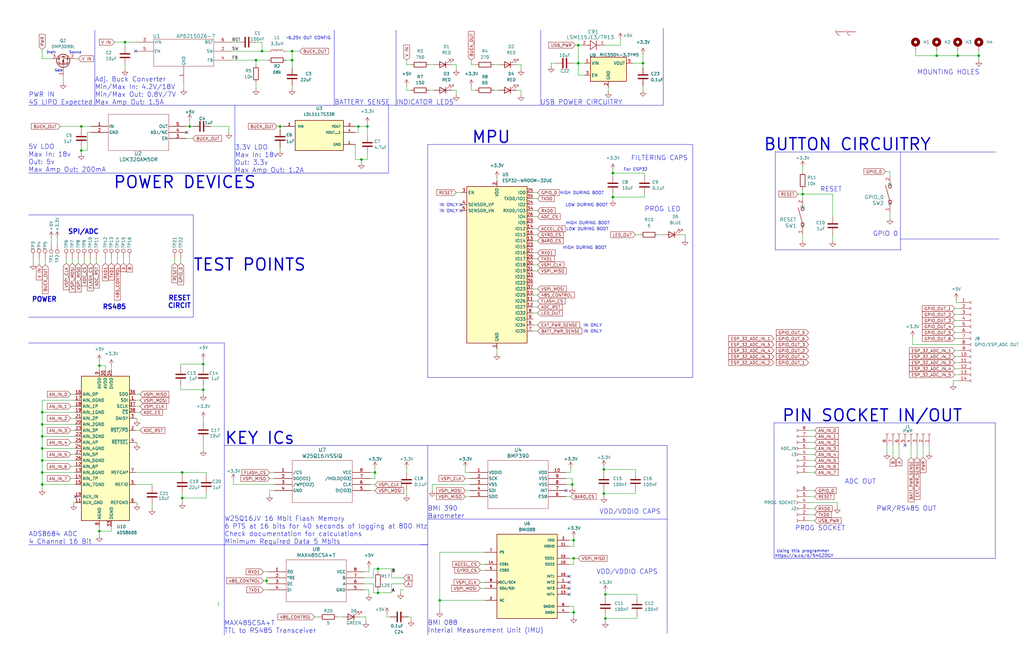
<source format=kicad_sch>
(kicad_sch (version 20250114) (generator "eeschema") (generator_version "9.0")
  (paper "B")
  (lib_symbols
    (symbol "+3.3V_1" (power) (pin_numbers (hide yes)) (pin_names (offset 0) (hide yes))
      (property "Value" "+3.3V" (at 0 3.556 0))
      (symbol "+3.3V_1_1_1"
        (pin power_in line (at 0 0 90) (length 0) (name "~") (number "1"))
      )
    )
    (symbol "+5V_1" (power) (pin_numbers (hide yes)) (pin_names (offset 0) (hide yes))
      (property "Value" "+5V" (at 0 3.556 0))
      (symbol "+5V_1_1_1"
        (pin power_in line (at 0 0 90) (length 0) (name "~") (number "1"))
      )
    )
    (symbol "AP62150Z6-7:AP62150Z6-7" (pin_names (offset 0.254))
      (property "Reference" "U4" (at 8.89 2.54 0))
      (property "Value" "AP62150Z6-7" (at 25.4 2.54 0))
      (symbol "AP62150Z6-7_0_1"
        (pin input line (at 0 -3.81 0) (length 7.62) (name "EN") (number "5"))
        (pin output line (at 40.64 -3.81 180) (length 7.62) (name "SW") (number "2"))
      )
      (symbol "AP62150Z6-7_1_1"
        (pin power_out line (at 0 0 0) (length 7.62) (name "VIN") (number "3"))
        (pin power_in line (at 20.32 -17.78 90) (length 7.62) (name "GND") (number "1"))
        (pin input line (at 40.64 0 180) (length 7.62) (name "BST") (number "6"))
        (pin power_in line (at 40.64 -7.62 180) (length 7.62) (name "FB") (number "4"))
      )
    )
    (symbol "Analog_ADC:ADS8688"
      (property "Reference" "U" (at -8.89 31.75 0))
      (property "Value" "ADS8688" (at 8.89 31.75 0))
      (symbol "ADS8688_1_1"
        (pin input line (at -12.7 22.86 0) (length 2.54) (name "AIN_0P") (number "16"))
        (pin input line (at -12.7 20.32 0) (length 2.54) (name "AIN_0GND") (number "17"))
        (pin input line (at -12.7 17.78 0) (length 2.54) (name "AIN_1P") (number "18"))
        (pin input line (at -12.7 15.24 0) (length 2.54) (name "AIN_1GND") (number "19"))
        (pin input line (at -12.7 12.7 0) (length 2.54) (name "AIN_2P") (number "21"))
        (pin input line (at -12.7 10.16 0) (length 2.54) (name "AIN_2GND") (number "20"))
        (pin input line (at -12.7 7.62 0) (length 2.54) (name "AIN_3P") (number "23"))
        (pin input line (at -12.7 5.08 0) (length 2.54) (name "AIN_3GND") (number "22"))
        (pin input line (at -12.7 2.54 0) (length 2.54) (name "AIN_4P") (number "25"))
        (pin input line (at -12.7 0 0) (length 2.54) (name "AIN_4GND") (number "24"))
        (pin input line (at -12.7 -2.54 0) (length 2.54) (name "AIN_5P") (number "27"))
        (pin input line (at -12.7 -5.08 0) (length 2.54) (name "AIN_5GND") (number "26"))
        (pin input line (at -12.7 -7.62 0) (length 2.54) (name "AIN_6P") (number "12"))
        (pin input line (at -12.7 -10.16 0) (length 2.54) (name "AIN_6GND") (number "13"))
        (pin input line (at -12.7 -12.7 0) (length 2.54) (name "AIN_7P") (number "14"))
        (pin input line (at -12.7 -15.24 0) (length 2.54) (name "AIN_7GND") (number "15"))
        (pin input line (at -12.7 -20.32 0) (length 2.54) (name "AUX_IN") (number "10"))
        (pin input line (at -12.7 -22.86 0) (length 2.54) (name "AUX_GND") (number "11"))
        (pin power_in line (at -2.54 33.02 270) (length 2.54) (name "AVDD") (number "9"))
        (pin passive line (at -2.54 -33.02 90) (length 2.54) (hide yes) (name "AGND") (number "28"))
        (pin passive line (at -2.54 -33.02 90) (length 2.54) (hide yes) (name "AGND") (number "29"))
        (pin passive line (at -2.54 -33.02 90) (length 2.54) (hide yes) (name "AGND") (number "31"))
        (pin passive line (at -2.54 -33.02 90) (length 2.54) (hide yes) (name "AGND") (number "32"))
        (pin power_in line (at -2.54 -33.02 90) (length 2.54) (name "AGND") (number "8"))
        (pin power_in line (at 0 33.02 270) (length 2.54) (name "AVDD") (number "30"))
        (pin power_in line (at 2.54 33.02 270) (length 2.54) (name "DVDD") (number "34"))
        (pin power_in line (at 2.54 -33.02 90) (length 2.54) (name "DGND") (number "33"))
        (pin no_connect line (at 10.16 -5.08 180) (length 2.54) (hide yes) (name "DNC") (number "35"))
        (pin output line (at 12.7 22.86 180) (length 2.54) (name "SDO") (number "36"))
        (pin input line (at 12.7 20.32 180) (length 2.54) (name "SDI") (number "1"))
        (pin input line (at 12.7 17.78 180) (length 2.54) (name "SCLK") (number "37"))
        (pin input line (at 12.7 15.24 180) (length 2.54) (name "~{CS}") (number "38"))
        (pin input line (at 12.7 12.7 180) (length 2.54) (name "DAISY") (number "3"))
        (pin input line (at 12.7 7.62 180) (length 2.54) (name "~{RST/PD}") (number "2"))
        (pin input line (at 12.7 2.54 180) (length 2.54) (name "~{REFSEL}") (number "4"))
        (pin passive line (at 12.7 -10.16 180) (length 2.54) (name "REFCAP") (number "7"))
        (pin passive line (at 12.7 -15.24 180) (length 2.54) (name "REFIO") (number "5"))
        (pin power_in line (at 12.7 -22.86 180) (length 2.54) (name "REFGND") (number "6"))
      )
    )
    (symbol "BMI088:BMI088" (pin_names (offset 1.016))
      (property "Reference" "U" (at -12.7 18.415 0))
      (property "Value" "BMI088" (at -12.7 -20.32 0))
      (symbol "BMI088_0_0"
        (pin input line (at -17.78 10.16 0) (length 5.08) (name "PS") (number "7"))
        (pin input line (at -17.78 5.08 0) (length 5.08) (name "CSB1") (number "14"))
        (pin input line (at -17.78 2.54 0) (length 5.08) (name "CSB2") (number "5"))
        (pin input clock (at -17.78 -2.54 0) (length 5.08) (name "SCL/SCK") (number "8"))
        (pin bidirectional line (at -17.78 -5.08 0) (length 5.08) (name "SDA/SDI") (number "9"))
        (pin passive line (at -17.78 -10.16 0) (length 5.08) (name "NC") (number "2"))
        (pin power_in line (at 17.78 15.24 180) (length 5.08) (name "VDD") (number "3"))
        (pin power_in line (at 17.78 12.7 180) (length 5.08) (name "VDDIO") (number "11"))
        (pin output line (at 17.78 7.62 180) (length 5.08) (name "SDO1") (number "15"))
        (pin output line (at 17.78 5.08 180) (length 5.08) (name "SDO2") (number "10"))
        (pin bidirectional line (at 17.78 0 180) (length 5.08) (name "INT1") (number "16"))
        (pin bidirectional line (at 17.78 -2.54 180) (length 5.08) (name "INT2") (number "1"))
        (pin bidirectional line (at 17.78 -5.08 180) (length 5.08) (name "INT3") (number "12"))
        (pin bidirectional line (at 17.78 -7.62 180) (length 5.08) (name "INT4") (number "13"))
        (pin power_in line (at 17.78 -12.7 180) (length 5.08) (name "GNDIO") (number "6"))
        (pin power_in line (at 17.78 -15.24 180) (length 5.08) (name "GNDA") (number "4"))
      )
    )
    (symbol "BMP390:BMP390" (pin_names (offset 0.254))
      (property "Reference" "U" (at 20.32 10.16 0))
      (property "Value" "BMP390" (at 20.32 7.62 0))
      (symbol "BMP390_0_1"
        (pin power_in line (at 0 0 0) (length 7.62) (name "VDDIO") (number "1"))
        (pin input line (at 0 -2.54 0) (length 7.62) (name "SCK") (number "2"))
        (pin power_out line (at 0 -5.08 0) (length 7.62) (name "VSS") (number "3"))
        (pin bidirectional line (at 0 -7.62 0) (length 7.62) (name "SDI") (number "4"))
        (pin bidirectional line (at 0 -10.16 0) (length 7.62) (name "SDO") (number "5"))
        (pin power_in line (at 40.64 0 180) (length 7.62) (name "VDD") (number "10"))
        (pin power_out line (at 40.64 -2.54 180) (length 7.62) (name "VSS") (number "9"))
        (pin power_out line (at 40.64 -5.08 180) (length 7.62) (name "VSS") (number "8"))
        (pin input line (at 40.64 -7.62 180) (length 7.62) (name "INT") (number "7"))
        (pin input line (at 40.64 -10.16 180) (length 7.62) (name "CSB") (number "6"))
      )
    )
    (symbol "Connector:Conn_01x06_Socket" (pin_names (offset 1.016) (hide yes))
      (property "Reference" "J" (at 0 7.62 0))
      (property "Value" "Conn_01x06_Socket" (at 0 -10.16 0))
      (symbol "Conn_01x06_Socket_1_1"
        (pin passive line (at -5.08 5.08 0) (length 3.81) (name "Pin_1") (number "1"))
        (pin passive line (at -5.08 2.54 0) (length 3.81) (name "Pin_2") (number "2"))
        (pin passive line (at -5.08 0 0) (length 3.81) (name "Pin_3") (number "3"))
        (pin passive line (at -5.08 -2.54 0) (length 3.81) (name "Pin_4") (number "4"))
        (pin passive line (at -5.08 -5.08 0) (length 3.81) (name "Pin_5") (number "5"))
        (pin passive line (at -5.08 -7.62 0) (length 3.81) (name "Pin_6") (number "6"))
      )
    )
    (symbol "Connector:Conn_01x08_Socket" (pin_names (offset 1.016) (hide yes))
      (property "Reference" "J" (at 0 10.16 0))
      (property "Value" "Conn_01x08_Socket" (at 0 -12.7 0))
      (symbol "Conn_01x08_Socket_1_1"
        (pin passive line (at -5.08 7.62 0) (length 3.81) (name "Pin_1") (number "1"))
        (pin passive line (at -5.08 5.08 0) (length 3.81) (name "Pin_2") (number "2"))
        (pin passive line (at -5.08 2.54 0) (length 3.81) (name "Pin_3") (number "3"))
        (pin passive line (at -5.08 0 0) (length 3.81) (name "Pin_4") (number "4"))
        (pin passive line (at -5.08 -2.54 0) (length 3.81) (name "Pin_5") (number "5"))
        (pin passive line (at -5.08 -5.08 0) (length 3.81) (name "Pin_6") (number "6"))
        (pin passive line (at -5.08 -7.62 0) (length 3.81) (name "Pin_7") (number "7"))
        (pin passive line (at -5.08 -10.16 0) (length 3.81) (name "Pin_8") (number "8"))
      )
    )
    (symbol "Connector:Conn_01x14_Socket" (pin_names (offset 1.016) (hide yes))
      (property "Reference" "J" (at 0 17.78 0))
      (property "Value" "Conn_01x14_Socket" (at 0 -20.32 0))
      (symbol "Conn_01x14_Socket_1_1"
        (pin passive line (at -5.08 15.24 0) (length 3.81) (name "Pin_1") (number "1"))
        (pin passive line (at -5.08 12.7 0) (length 3.81) (name "Pin_2") (number "2"))
        (pin passive line (at -5.08 10.16 0) (length 3.81) (name "Pin_3") (number "3"))
        (pin passive line (at -5.08 7.62 0) (length 3.81) (name "Pin_4") (number "4"))
        (pin passive line (at -5.08 5.08 0) (length 3.81) (name "Pin_5") (number "5"))
        (pin passive line (at -5.08 2.54 0) (length 3.81) (name "Pin_6") (number "6"))
        (pin passive line (at -5.08 0 0) (length 3.81) (name "Pin_7") (number "7"))
        (pin passive line (at -5.08 -2.54 0) (length 3.81) (name "Pin_8") (number "8"))
        (pin passive line (at -5.08 -5.08 0) (length 3.81) (name "Pin_9") (number "9"))
        (pin passive line (at -5.08 -7.62 0) (length 3.81) (name "Pin_10") (number "10"))
        (pin passive line (at -5.08 -10.16 0) (length 3.81) (name "Pin_11") (number "11"))
        (pin passive line (at -5.08 -12.7 0) (length 3.81) (name "Pin_12") (number "12"))
        (pin passive line (at -5.08 -15.24 0) (length 3.81) (name "Pin_13") (number "13"))
        (pin passive line (at -5.08 -17.78 0) (length 3.81) (name "Pin_14") (number "14"))
      )
    )
    (symbol "Connector:TestPoint" (pin_numbers (hide yes)) (pin_names (offset 0.762) (hide yes))
      (property "Reference" "TP" (at 0 6.858 0))
      (property "Value" "TestPoint" (at 0 5.08 0))
      (symbol "TestPoint_1_1"
        (pin passive line (at 0 0 90) (length 2.54) (name "1") (number "1"))
      )
    )
    (symbol "Device:C" (pin_numbers (hide yes)) (pin_names (offset 0.254))
      (property "Reference" "C" (at 0.635 2.54 0))
      (property "Value" "C" (at 0.635 -2.54 0))
      (symbol "C_1_1"
        (pin passive line (at 0 3.81 270) (length 2.794) (name "~") (number "1"))
        (pin passive line (at 0 -3.81 90) (length 2.794) (name "~") (number "2"))
      )
    )
    (symbol "Device:L" (pin_numbers (hide yes)) (pin_names (offset 1.016) (hide yes))
      (property "Reference" "L" (at -1.27 0 90))
      (property "Value" "L" (at 1.905 0 90))
      (symbol "L_1_1"
        (pin passive line (at 0 3.81 270) (length 1.27) (name "1") (number "1"))
        (pin passive line (at 0 -3.81 90) (length 1.27) (name "2") (number "2"))
      )
    )
    (symbol "Device:LED" (pin_numbers (hide yes)) (pin_names (offset 1.016) (hide yes))
      (property "Reference" "D" (at 0 2.54 0))
      (property "Value" "LED" (at 0 -2.54 0))
      (symbol "LED_1_1"
        (pin passive line (at -3.81 0 0) (length 2.54) (name "K") (number "1"))
        (pin passive line (at 3.81 0 180) (length 2.54) (name "A") (number "2"))
      )
    )
    (symbol "Device:Q_PMOS_GSD" (pin_names (offset 0) (hide yes))
      (property "Reference" "Q" (at 5.08 1.27 0))
      (property "Value" "Q_PMOS_GSD" (at 5.08 -1.27 0))
      (symbol "Q_PMOS_GSD_1_1"
        (pin input line (at -5.08 0 0) (length 2.54) (name "G") (number "1"))
        (pin passive line (at 2.54 5.08 270) (length 2.54) (name "D") (number "3"))
        (pin passive line (at 2.54 -5.08 90) (length 2.54) (name "S") (number "2"))
      )
    )
    (symbol "Device:R" (pin_numbers (hide yes)) (pin_names (offset 0))
      (property "Reference" "R" (at 2.032 0 90))
      (property "Value" "R" (at 0 0 90))
      (symbol "R_1_1"
        (pin passive line (at 0 3.81 270) (length 1.27) (name "~") (number "1"))
        (pin passive line (at 0 -3.81 90) (length 1.27) (name "~") (number "2"))
      )
    )
    (symbol "GND_1" (power) (pin_numbers (hide yes)) (pin_names (offset 0) (hide yes))
      (property "Value" "GND" (at 0 -3.81 0))
      (symbol "GND_1_1_1"
        (pin power_in line (at 0 0 270) (length 0) (name "~") (number "1"))
      )
    )
    (symbol "LDK320AM50R:LDK320AM50R" (pin_names (offset 0.254))
      (property "Reference" "U" (at 20.32 10.16 0))
      (property "Value" "LDK320AM50R" (at 20.32 7.62 0))
      (symbol "LDK320AM50R_0_1"
        (pin input line (at 0 0 0) (length 7.62) (name "IN") (number "1"))
        (pin power_out line (at 0 -2.54 0) (length 7.62) (name "GND") (number "2"))
        (pin output line (at 40.64 0 180) (length 7.62) (name "OUT") (number "5"))
        (pin bidirectional line (at 40.64 -2.54 180) (length 7.62) (name "ADJ/NC") (number "4"))
        (pin input line (at 40.64 -5.08 180) (length 7.62) (name "EN") (number "3"))
      )
    )
    (symbol "LDL1117S33R:LDL1117S33R" (pin_names (offset 1.016))
      (property "Reference" "U" (at -10.16 7.62 0))
      (property "Value" "LDL1117S33R" (at -10.16 -12.7 0))
      (symbol "LDL1117S33R_0_0"
        (pin input line (at -15.24 2.54 0) (length 5.08) (name "VIN") (number "3"))
        (pin output line (at 15.24 2.54 180) (length 5.08) (name "VOUT") (number "2"))
        (pin output line (at 15.24 0 180) (length 5.08) (name "VOUT__1") (number "4"))
        (pin power_in line (at 15.24 -5.08 180) (length 5.08) (name "GND") (number "1"))
      )
    )
    (symbol "LSM115JE3_TR13:LSM115JE3_TR13" (pin_names (offset 0.254))
      (property "Reference" "CR" (at 5.08 4.445 0))
      (property "Value" "LSM115JE3/TR13" (at 5.08 -3.81 0))
      (symbol "LSM115JE3_TR13_1_1"
        (pin unspecified line (at 0 0 0) (length 2.54) (name "") (number "2"))
        (pin unspecified line (at 10.16 0 180) (length 2.54) (name "") (number "1"))
      )
      (symbol "LSM115JE3_TR13_1_2"
        (pin unspecified line (at 0 10.16 270) (length 2.54) (name "") (number "1"))
        (pin unspecified line (at 0 0 90) (length 2.54) (name "") (number "2"))
      )
    )
    (symbol "MAX485CSA_T:MAX485CSA+T" (pin_names (offset 0.254))
      (property "Reference" "U" (at 20.32 10.16 0))
      (property "Value" "MAX485CSA+T" (at 20.32 7.62 0))
      (symbol "MAX485CSA+T_0_1"
        (pin output line (at 0 0 0) (length 7.62) (name "RO") (number "1"))
        (pin output line (at 0 -2.54 0) (length 7.62) (name "*RE") (number "2"))
        (pin output line (at 0 -5.08 0) (length 7.62) (name "DE") (number "3"))
        (pin input line (at 0 -7.62 0) (length 7.62) (name "DI") (number "4"))
        (pin power_in line (at 40.64 0 180) (length 7.62) (name "VCC") (number "8"))
        (pin unspecified line (at 40.64 -2.54 180) (length 7.62) (name "B") (number "7"))
        (pin unspecified line (at 40.64 -5.08 180) (length 7.62) (name "A") (number "6"))
        (pin power_out line (at 40.64 -7.62 180) (length 7.62) (name "GND") (number "5"))
      )
    )
    (symbol "Mechanical:MountingHole_Pad" (pin_numbers (hide yes)) (pin_names (offset 1.016) (hide yes))
      (property "Reference" "H" (at 0 6.35 0))
      (property "Value" "MountingHole_Pad" (at 0 4.445 0))
      (symbol "MountingHole_Pad_1_1"
        (pin input line (at 0 -2.54 90) (length 2.54) (name "1") (number "1"))
      )
    )
    (symbol "PTS636 SM50J SMTR LFS:PTS636_SM50J_SMTR_LFS" (pin_names (offset 0.254))
      (property "Reference" "SW" (at 7.62 3.81 0))
      (property "Value" "PTS636 SM50J SMTR LFS" (at 0 0 0))
      (symbol "PTS636_SM50J_SMTR_LFS_0_1"
        (pin unspecified line (at 0 0 0) (length 2.54) (name "1") (number "1"))
        (pin unspecified line (at 15.24 0 180) (length 2.54) (name "2") (number "2"))
      )
    )
    (symbol "RF_Module:ESP32-WROOM-32UE"
      (property "Reference" "U" (at -12.7 34.29 0))
      (property "Value" "ESP32-WROOM-32UE" (at 1.27 34.29 0))
      (symbol "ESP32-WROOM-32UE_1_1"
        (pin input line (at -15.24 30.48 0) (length 2.54) (name "EN") (number "3"))
        (pin input line (at -15.24 25.4 0) (length 2.54) (name "SENSOR_VP") (number "4"))
        (pin input line (at -15.24 22.86 0) (length 2.54) (name "SENSOR_VN") (number "5"))
        (pin no_connect line (at -12.7 0 0) (length 2.54) (hide yes) (name "NC") (number "21"))
        (pin no_connect line (at -12.7 -2.54 0) (length 2.54) (hide yes) (name "NC") (number "22"))
        (pin no_connect line (at -12.7 -5.08 0) (length 2.54) (hide yes) (name "NC") (number "17"))
        (pin no_connect line (at -12.7 -7.62 0) (length 2.54) (hide yes) (name "NC") (number "18"))
        (pin no_connect line (at -12.7 -10.16 0) (length 2.54) (hide yes) (name "NC") (number "20"))
        (pin no_connect line (at -12.7 -12.7 0) (length 2.54) (hide yes) (name "NC") (number "19"))
        (pin no_connect line (at -12.7 -27.94 0) (length 2.54) (hide yes) (name "NC") (number "32"))
        (pin power_in line (at 0 35.56 270) (length 2.54) (name "VDD") (number "2"))
        (pin power_in line (at 0 -35.56 90) (length 2.54) (name "GND") (number "1"))
        (pin passive line (at 0 -35.56 90) (length 2.54) (hide yes) (name "GND") (number "15"))
        (pin passive line (at 0 -35.56 90) (length 2.54) (hide yes) (name "GND") (number "38"))
        (pin passive line (at 0 -35.56 90) (length 2.54) (hide yes) (name "GND") (number "39"))
        (pin bidirectional line (at 15.24 30.48 180) (length 2.54) (name "IO0") (number "25"))
        (pin bidirectional line (at 15.24 27.94 180) (length 2.54) (name "TXD0/IO1") (number "35"))
        (pin bidirectional line (at 15.24 25.4 180) (length 2.54) (name "IO2") (number "24"))
        (pin bidirectional line (at 15.24 22.86 180) (length 2.54) (name "RXD0/IO3") (number "34"))
        (pin bidirectional line (at 15.24 20.32 180) (length 2.54) (name "IO4") (number "26"))
        (pin bidirectional line (at 15.24 17.78 180) (length 2.54) (name "IO5") (number "29"))
        (pin bidirectional line (at 15.24 15.24 180) (length 2.54) (name "IO12") (number "14"))
        (pin bidirectional line (at 15.24 12.7 180) (length 2.54) (name "IO13") (number "16"))
        (pin bidirectional line (at 15.24 10.16 180) (length 2.54) (name "IO14") (number "13"))
        (pin bidirectional line (at 15.24 7.62 180) (length 2.54) (name "IO15") (number "23"))
        (pin bidirectional line (at 15.24 5.08 180) (length 2.54) (name "IO16") (number "27"))
        (pin bidirectional line (at 15.24 2.54 180) (length 2.54) (name "IO17") (number "28"))
        (pin bidirectional line (at 15.24 0 180) (length 2.54) (name "IO18") (number "30"))
        (pin bidirectional line (at 15.24 -2.54 180) (length 2.54) (name "IO19") (number "31"))
        (pin bidirectional line (at 15.24 -5.08 180) (length 2.54) (name "IO21") (number "33"))
        (pin bidirectional line (at 15.24 -7.62 180) (length 2.54) (name "IO22") (number "36"))
        (pin bidirectional line (at 15.24 -10.16 180) (length 2.54) (name "IO23") (number "37"))
        (pin bidirectional line (at 15.24 -12.7 180) (length 2.54) (name "IO25") (number "10"))
        (pin bidirectional line (at 15.24 -15.24 180) (length 2.54) (name "IO26") (number "11"))
        (pin bidirectional line (at 15.24 -17.78 180) (length 2.54) (name "IO27") (number "12"))
        (pin bidirectional line (at 15.24 -20.32 180) (length 2.54) (name "IO32") (number "8"))
        (pin bidirectional line (at 15.24 -22.86 180) (length 2.54) (name "IO33") (number "9"))
        (pin input line (at 15.24 -25.4 180) (length 2.54) (name "IO34") (number "6"))
        (pin input line (at 15.24 -27.94 180) (length 2.54) (name "IO35") (number "7"))
      )
    )
    (symbol "RP Logo:LOGO" (pin_names (offset 1.016)))
    (symbol "Regulator_Linear:MIC5504-3.3YM5"
      (property "Reference" "U" (at -7.62 8.89 0))
      (property "Value" "MIC5504-3.3YM5" (at -7.62 6.35 0))
      (symbol "MIC5504-3.3YM5_1_1"
        (pin power_in line (at -10.16 2.54 0) (length 2.54) (name "VIN") (number "1"))
        (pin input line (at -10.16 -2.54 0) (length 2.54) (name "EN") (number "3"))
        (pin power_in line (at 0 -7.62 90) (length 2.54) (name "GND") (number "2"))
        (pin no_connect line (at 7.62 -2.54 180) (length 2.54) (hide yes) (name "NC") (number "4"))
        (pin power_out line (at 10.16 2.54 180) (length 2.54) (name "VOUT") (number "5"))
      )
    )
    (symbol "W25Q16JVSSIQ:W25Q16JVSSIQ" (pin_names (offset 0.254))
      (property "Reference" "U" (at 20.32 10.16 0))
      (property "Value" "W25Q16JVSSIQ" (at 20.32 7.62 0))
      (symbol "W25Q16JVSSIQ_1_1"
        (pin bidirectional line (at 0 0 0) (length 7.62) (name "/CS") (number "1"))
        (pin bidirectional line (at 0 -2.54 0) (length 7.62) (name "DO(IO1)") (number "2"))
        (pin bidirectional line (at 0 -5.08 0) (length 7.62) (name "/WP(IO2)") (number "3"))
        (pin bidirectional line (at 0 -7.62 0) (length 7.62) (name "GND") (number "4"))
        (pin bidirectional line (at 40.64 0 180) (length 7.62) (name "VCC") (number "8"))
        (pin bidirectional line (at 40.64 -2.54 180) (length 7.62) (name "/HOLD(IO3)") (number "7"))
        (pin bidirectional line (at 40.64 -5.08 180) (length 7.62) (name "CLK") (number "6"))
        (pin bidirectional line (at 40.64 -7.62 180) (length 7.62) (name "DI(IO3)") (number "5"))
      )
    )
    (symbol "power:+3.3V" (power) (pin_names (offset 0))
      (property "Value" "+3.3V" (at 0 3.556 0))
      (symbol "+3.3V_1_1"
        (pin power_in line (at 0 0 90) (length 0) (hide yes) (name "+3.3V") (number "1"))
      )
    )
    (symbol "power:+5V" (power) (pin_names (offset 0))
      (property "Value" "+5V" (at 0 3.556 0))
      (symbol "+5V_1_1"
        (pin power_in line (at 0 0 90) (length 0) (hide yes) (name "+5V") (number "1"))
      )
    )
    (symbol "power:GND" (power) (pin_names (offset 0))
      (property "Value" "GND" (at 0 -3.81 0))
      (symbol "GND_1_1"
        (pin power_in line (at 0 0 270) (length 0) (hide yes) (name "GND") (number "1"))
      )
    )
  )
  (text "IN ONLY" (at 189.23 89.154 0) (effects (font (size 1.27 1.27))))
  (text "HIGH DURING BOOT" (at 245.364 81.534 0) (effects (font (size 1.27 1.27))))
  (text "SPI/ADC" (at 28.575 99.06 0) (effects (font (size 2 2) (bold yes)) (justify left bottom)))
  (text "INDICATOR LEDS\n" (at 167.005 44.45 0) (effects (font (size 2 2)) (justify left bottom)))
  (text "POWER DEVICES" (at 47.625 80.01 0) (effects (font (size 5 5) (thickness 0.6) (bold yes)) (justify left bottom)))
  (text "IN ONLY" (at 189.23 86.614 0) (effects (font (size 1.27 1.27))))
  (text "USB POWER CIRCUITRY" (at 227.838 44.45 0) (effects (font (size 2 2)) (justify left bottom)))
  (text "Source\n" (at 31.75 22.225 0) (effects (font (size 1 1))))
  (text "LOW DURING BOOT" (at 247.396 86.614 0) (effects (font (size 1.27 1.27))))
  (text "MAX485CSA+T\nTTL to RS485 Transceiver" (at 94.488 267.462 0) (effects (font (size 2 2)) (justify left bottom)))
  (text "PROG LED" (at 271.78 89.535 0) (effects (font (size 2 2)) (justify left bottom)))
  (text "LOW DURING BOOT" (at 247.65 96.774 0) (effects (font (size 1.27 1.27))))
  (text "Adj. Buck Converter\nMin/Max In: 4.2V/18V\nMin/Max Out: 0.8V/7V\nMax Amp Out: 1.5A" (at 40.005 44.45 0) (effects (font (size 2 2)) (justify left bottom)))
  (text "RESET\nCIRCIT" (at 75.692 130.302 0) (effects (font (size 2 2) (bold yes)) (justify bottom)))
  (text "POWER" (at 13.335 127.635 0) (effects (font (size 2 2) (bold yes)) (justify left bottom)))
  (text "TEST POINTS" (at 81.28 114.808 0) (effects (font (size 5 5) (thickness 0.6) (bold yes)) (justify left bottom)))
  (text "3.3V LDO\nMax In: 18v\nOut: 3.3v\nMax Amp Out: 1.2A" (at 99.06 73.152 0) (effects (font (size 2 2)) (justify left bottom)))
  (text "Gate" (at 24.765 29.845 0) (effects (font (size 1 1))))
  (text "FILTERING CAPS" (at 266.065 67.945 0) (effects (font (size 2 2)) (justify left bottom)))
  (text "MOUNTING HOLES" (at 386.715 31.75 0) (effects (font (size 2 2)) (justify left bottom)))
  (text "~6.25V OUT CONFIG" (at 120.65 16.891 0) (effects (font (size 1.27 1.27)) (justify left bottom)))
  (text "PROG SOCKET " (at 335.28 224.155 0) (effects (font (size 2 2)) (justify left bottom)))
  (text "ADS8684 ADC\n4 Channel 16 Bit " (at 12.065 229.87 0) (effects (font (size 2 2)) (justify left bottom)))
  (text "KEY ICs" (at 94.615 187.96 0) (effects (font (size 5 5) (thickness 0.6) (bold yes)) (justify left bottom)))
  (text "ADC OUT" (at 356.235 204.47 0) (effects (font (size 2 2)) (justify left bottom)))
  (text "PWR IN \n4S LIPO Expected" (at 12.065 44.45 0) (effects (font (size 2 2)) (justify left bottom)))
  (text "Drain" (at 21.59 22.225 0) (effects (font (size 1 1))))
  (text "PWR/RS485 OUT" (at 394.97 215.9 0) (effects (font (size 2 2)) (justify right bottom)))
  (text "5V LDO\nMax In: 18v\nOut: 5v\nMax Amp Out: 200mA" (at 11.938 72.898 0) (effects (font (size 2 2)) (justify left bottom)))
  (text "W25Q16JV 16 Mbit Flash Memory\n6 PTS at 16 bits for 40 seconds of logging at 800 Htz\nCheck documentation for calculations\nMinimum Required Data 5 Mbits\n" (at 94.615 229.87 0) (effects (font (size 2 2)) (justify left bottom)))
  (text "Using this programmer \nhttps://a.co/d/5HGZOGY" (at 339.09 233.68 0) (effects (font (size 1.27 1.27))))
  (text "For ESP32\n" (at 262.89 72.39 0) (effects (font (size 1.27 1.27)) (justify left bottom)))
  (text "BATTERY SENSE " (at 140.97 44.45 0) (effects (font (size 2 2)) (justify left bottom)))
  (text "VDD/VDDIO CAPS" (at 251.46 242.57 0) (effects (font (size 2 2)) (justify left bottom)))
  (text "PIN SOCKET IN/OUT" (at 329.565 178.435 0) (effects (font (size 5 5) (thickness 0.6) (bold yes)) (justify left bottom)))
  (text "BMI 088\nInterial Measurement Unit (IMU)" (at 180.34 267.335 0) (effects (font (size 2 2)) (justify left bottom)))
  (text "GPIO 0" (at 368.046 99.949 0) (effects (font (size 2 2)) (justify left bottom)))
  (text "IN ONLY" (at 249.936 137.414 0) (effects (font (size 1.27 1.27))))
  (text "HIGH DURING BOOT" (at 247.904 94.234 0) (effects (font (size 1.27 1.27))))
  (text "BMI 390\nBarometer" (at 180.34 219.075 0) (effects (font (size 2 2)) (justify left bottom)))
  (text "MPU" (at 198.755 60.96 0) (effects (font (size 5 5) (thickness 0.6) (bold yes)) (justify left bottom)))
  (text "RESET" (at 345.821 81.153 0) (effects (font (size 2 2)) (justify left bottom)))
  (text "HIGH DURING BOOT" (at 246.634 104.648 0) (effects (font (size 1.27 1.27))))
  (text "VDD/VDDIO CAPS" (at 252.73 217.17 0) (effects (font (size 2 2)) (justify left bottom)))
  (text "IN ONLY" (at 249.936 139.954 0) (effects (font (size 1.27 1.27))))
  (text "BUTTON CIRCUITRY" (at 321.818 64.008 0) (effects (font (size 5 5) (thickness 0.6) (bold yes)) (justify left bottom)))
  (text "RS485" (at 43.18 130.81 0) (effects (font (size 2 2) (bold yes)) (justify left bottom)))
  (junction (at 255.27 250.825))
  (junction (at 338.455 81.915))
  (junction (at 85.725 153.67))
  (junction (at 185.42 253.365))
  (junction (at 412.75 23.495))
  (junction (at 159.385 240.03))
  (junction (at 254.635 208.28))
  (junction (at 255.27 260.985))
  (junction (at 76.835 210.185))
  (junction (at 123.19 25.4))
  (junction (at 17.78 199.39))
  (junction (at 151.13 53.34))
  (junction (at 394.97 23.495))
  (junction (at 243.84 26.67))
  (junction (at 241.935 235.585))
  (junction (at 76.835 199.39))
  (junction (at 52.705 17.78))
  (junction (at 17.78 189.23))
  (junction (at 241.3 204.47))
  (junction (at 107.95 25.4))
  (junction (at 34.29 63.5))
  (junction (at 258.445 83.185))
  (junction (at 241.935 258.445))
  (junction (at 34.29 53.34))
  (junction (at 159.385 250.19))
  (junction (at 123.19 21.59))
  (junction (at 254.635 198.12))
  (junction (at 41.91 154.305))
  (junction (at 110.49 21.59))
  (junction (at 17.78 204.47))
  (junction (at 154.94 53.34))
  (junction (at 80.01 53.34))
  (junction (at 118.11 53.34))
  (junction (at 241.935 227.965))
  (junction (at 158.115 199.39))
  (junction (at 17.78 173.99))
  (junction (at 17.78 184.15))
  (junction (at 258.445 73.025))
  (junction (at 271.145 26.67))
  (junction (at 403.86 23.495))
  (junction (at 17.78 179.07))
  (junction (at 243.84 19.05))
  (junction (at 85.725 164.465))
  (junction (at 152.4 67.31))
  (junction (at 112.395 245.11))
  (junction (at 41.91 224.155))
  (junction (at 17.78 194.31))
  (no_connect (at 194.31 88.9))
  (no_connect (at 381.635 187.96))
  (no_connect (at 57.15 21.59))
  (no_connect (at 78.74 55.88))
  (no_connect (at 238.76 207.01))
  (no_connect (at 240.03 250.825))
  (no_connect (at 240.03 248.285))
  (no_connect (at 240.03 243.205))
  (no_connect (at 240.03 245.745))
  (no_connect (at 194.31 86.36))
  (no_connect (at 31.75 209.55))
  (wire (pts (xy 254.635 198.12) (xy 254.635 199.39)))
  (polyline (pts (xy 326.898 105.41) (xy 326.898 63.754)))
  (wire (pts (xy 112.395 245.11) (xy 112.395 243.84)))
  (wire (pts (xy 113.665 207.01) (xy 115.57 207.01)))
  (wire (pts (xy 155.575 248.92) (xy 155.575 250.825)))
  (wire (pts (xy 107.95 34.925) (xy 107.95 37.465)))
  (wire (pts (xy 243.84 19.05) (xy 245.11 19.05)))
  (wire (pts (xy 192.405 40.005) (xy 192.405 38.1)))
  (wire (pts (xy 246.38 26.67) (xy 243.84 26.67)))
  (wire (pts (xy 226.695 101.6) (xy 224.79 101.6)))
  (wire (pts (xy 156.21 199.39) (xy 158.115 199.39)))
  (wire (pts (xy 379.095 193.04) (xy 379.095 187.96)))
  (wire (pts (xy 258.445 73.025) (xy 258.445 74.295)))
  (wire (pts (xy 267.97 99.06) (xy 269.875 99.06)))
  (wire (pts (xy 123.19 25.4) (xy 123.19 28.575)))
  (wire (pts (xy 246.38 31.75) (xy 243.84 31.75)))
  (wire (pts (xy 154.305 260.35) (xy 154.305 262.255)))
  (wire (pts (xy 226.695 127) (xy 224.79 127)))
  (wire (pts (xy 48.26 17.78) (xy 52.705 17.78)))
  (wire (pts (xy 226.695 88.9) (xy 224.79 88.9)))
  (wire (pts (xy 384.175 193.04) (xy 384.175 187.96)))
  (wire (pts (xy 226.695 132.08) (xy 224.79 132.08)))
  (wire (pts (xy 76.835 200.66) (xy 76.835 199.39)))
  (wire (pts (xy 31.75 179.07) (xy 17.78 179.07)))
  (wire (pts (xy 254.635 208.28) (xy 254.635 207.01)))
  (wire (pts (xy 57.15 199.39) (xy 76.835 199.39)))
  (wire (pts (xy 226.695 137.16) (xy 224.79 137.16)))
  (polyline (pts (xy 378.206 64.135) (xy 419.735 64.135)))
  (wire (pts (xy 31.75 212.09) (xy 31.115 212.09)))
  (wire (pts (xy 226.695 129.54) (xy 224.79 129.54)))
  (wire (pts (xy 255.27 250.825) (xy 268.605 250.825)))
  (wire (pts (xy 226.695 121.92) (xy 224.79 121.92)))
  (wire (pts (xy 34.29 53.34) (xy 34.29 54.61)))
  (polyline (pts (xy 99.06 73.025) (xy 99.06 44.45)))
  (wire (pts (xy 241.935 227.965) (xy 241.935 226.695)))
  (wire (pts (xy 238.76 204.47) (xy 241.3 204.47)))
  (wire (pts (xy 404.495 160.655) (xy 401.955 160.655)))
  (wire (pts (xy 73.66 111.125) (xy 73.66 109.22)))
  (wire (pts (xy 113.665 207.01) (xy 113.665 208.915)))
  (wire (pts (xy 29.845 191.77) (xy 31.75 191.77)))
  (wire (pts (xy 57.785 186.69) (xy 57.785 187.325)))
  (polyline (pts (xy 326.39 235.585) (xy 419.735 235.585)))
  (wire (pts (xy 29.845 186.69) (xy 31.75 186.69)))
  (wire (pts (xy 402.59 140.335) (xy 404.495 140.335)))
  (wire (pts (xy 268.605 252.095) (xy 268.605 250.825)))
  (wire (pts (xy 46.99 222.25) (xy 46.99 224.155)))
  (wire (pts (xy 155.575 239.395) (xy 155.575 241.3)))
  (polyline (pts (xy 12.065 73.025) (xy 99.06 73.025)))
  (wire (pts (xy 17.78 204.47) (xy 17.78 206.375)))
  (wire (pts (xy 394.97 21.59) (xy 394.97 23.495)))
  (polyline (pts (xy 180.34 159.258) (xy 292.1 159.258)))
  (wire (pts (xy 25.4 53.34) (xy 34.29 53.34)))
  (wire (pts (xy 85.725 162.56) (xy 85.725 164.465)))
  (wire (pts (xy 151.13 53.34) (xy 154.94 53.34)))
  (wire (pts (xy 153.67 246.38) (xy 157.48 246.38)))
  (wire (pts (xy 226.695 114.3) (xy 224.79 114.3)))
  (wire (pts (xy 40.64 111.125) (xy 40.64 109.22)))
  (wire (pts (xy 159.385 240.03) (xy 165.1 240.03)))
  (wire (pts (xy 185.42 253.365) (xy 204.47 253.365)))
  (wire (pts (xy 192.405 29.21) (xy 192.405 27.305)))
  (wire (pts (xy 343.535 181.61) (xy 340.995 181.61)))
  (wire (pts (xy 153.67 243.84) (xy 157.48 243.84)))
  (wire (pts (xy 373.38 72.39) (xy 375.285 72.39)))
  (wire (pts (xy 240.665 199.39) (xy 238.76 199.39)))
  (wire (pts (xy 44.45 111.125) (xy 44.45 109.22)))
  (wire (pts (xy 226.695 106.68) (xy 224.79 106.68)))
  (wire (pts (xy 338.455 99.06) (xy 338.455 101.6)))
  (wire (pts (xy 113.665 199.39) (xy 115.57 199.39)))
  (wire (pts (xy 241.935 235.585) (xy 240.03 235.585)))
  (wire (pts (xy 375.285 89.535) (xy 375.285 92.075)))
  (wire (pts (xy 232.41 26.67) (xy 234.315 26.67)))
  (wire (pts (xy 171.45 207.01) (xy 171.45 208.915)))
  (wire (pts (xy 185.42 253.365) (xy 185.42 257.81)))
  (wire (pts (xy 403.86 21.59) (xy 403.86 23.495)))
  (wire (pts (xy 57.15 212.09) (xy 57.785 212.09)))
  (polyline (pts (xy 40.005 44.45) (xy 140.97 44.45)))
  (wire (pts (xy 288.925 100.965) (xy 288.925 99.06)))
  (wire (pts (xy 219.71 40.005) (xy 219.71 38.1)))
  (wire (pts (xy 165.1 243.84) (xy 170.18 243.84)))
  (polyline (pts (xy 279.654 11.938) (xy 279.654 44.45)))
  (wire (pts (xy 107.95 25.4) (xy 107.95 27.305)))
  (wire (pts (xy 271.145 38.1) (xy 271.145 36.195)))
  (polyline (pts (xy 379.73 100.838) (xy 421.259 100.838)))
  (wire (pts (xy 80.01 53.34) (xy 80.01 50.8)))
  (wire (pts (xy 343.535 191.77) (xy 340.995 191.77)))
  (wire (pts (xy 112.395 246.38) (xy 112.395 245.11)))
  (wire (pts (xy 256.54 38.735) (xy 256.54 36.83)))
  (wire (pts (xy 151.13 55.88) (xy 151.13 53.34)))
  (wire (pts (xy 241.935 255.905) (xy 241.935 258.445)))
  (wire (pts (xy 41.91 152.4) (xy 41.91 154.305)))
  (wire (pts (xy 76.835 199.39) (xy 86.995 199.39)))
  (wire (pts (xy 17.78 24.765) (xy 21.59 24.765)))
  (wire (pts (xy 76.2 153.67) (xy 76.2 154.94)))
  (wire (pts (xy 182.88 27.305) (xy 180.975 27.305)))
  (wire (pts (xy 31.75 173.99) (xy 17.78 173.99)))
  (wire (pts (xy 394.97 23.495) (xy 403.86 23.495)))
  (wire (pts (xy 196.215 207.01) (xy 198.12 207.01)))
  (wire (pts (xy 59.055 181.61) (xy 57.15 181.61)))
  (wire (pts (xy 31.75 168.91) (xy 17.78 168.91)))
  (wire (pts (xy 271.145 28.575) (xy 271.145 26.67)))
  (wire (pts (xy 31.75 194.31) (xy 17.78 194.31)))
  (wire (pts (xy 402.59 155.575) (xy 404.495 155.575)))
  (wire (pts (xy 86.995 210.185) (xy 76.835 210.185)))
  (wire (pts (xy 76.2 162.56) (xy 76.2 164.465)))
  (wire (pts (xy 402.59 147.955) (xy 404.495 147.955)))
  (polyline (pts (xy 163.83 44.45) (xy 163.83 73.025)))
  (wire (pts (xy 254.635 209.55) (xy 254.635 208.28)))
  (wire (pts (xy 271.78 73.025) (xy 258.445 73.025)))
  (wire (pts (xy 209.55 147.32) (xy 209.55 149.225)))
  (wire (pts (xy 123.19 21.59) (xy 123.19 25.4)))
  (wire (pts (xy 34.29 62.23) (xy 34.29 63.5)))
  (wire (pts (xy 168.91 248.92) (xy 170.18 248.92)))
  (polyline (pts (xy 327.025 64.135) (xy 378.206 64.135)))
  (wire (pts (xy 163.195 260.35) (xy 164.465 260.35)))
  (polyline (pts (xy 326.39 178.435) (xy 326.39 235.585)))
  (polyline (pts (xy 94.615 144.78) (xy 94.615 229.87)))
  (wire (pts (xy 36.83 55.88) (xy 38.1 55.88)))
  (wire (pts (xy 54.61 111.125) (xy 54.61 109.22)))
  (wire (pts (xy 255.27 260.985) (xy 255.27 259.715)))
  (wire (pts (xy 336.55 81.915) (xy 338.455 81.915)))
  (wire (pts (xy 156.21 201.93) (xy 158.115 201.93)))
  (wire (pts (xy 116.84 53.34) (xy 118.11 53.34)))
  (wire (pts (xy 288.925 99.06) (xy 287.02 99.06)))
  (wire (pts (xy 110.49 17.78) (xy 110.49 21.59)))
  (wire (pts (xy 196.215 199.39) (xy 198.12 199.39)))
  (wire (pts (xy 243.84 26.67) (xy 243.84 19.05)))
  (wire (pts (xy 351.155 91.44) (xy 351.155 81.915)))
  (wire (pts (xy 36.83 55.88) (xy 36.83 63.5)))
  (wire (pts (xy 240.665 197.485) (xy 240.665 199.39)))
  (wire (pts (xy 226.695 111.76) (xy 224.79 111.76)))
  (wire (pts (xy 17.78 199.39) (xy 17.78 204.47)))
  (wire (pts (xy 171.45 25.4) (xy 171.45 27.305)))
  (wire (pts (xy 41.91 226.06) (xy 41.91 224.155)))
  (wire (pts (xy 343.535 194.31) (xy 340.995 194.31)))
  (wire (pts (xy 80.01 53.34) (xy 81.28 53.34)))
  (wire (pts (xy 85.725 164.465) (xy 85.725 166.37)))
  (wire (pts (xy 198.755 27.305) (xy 200.66 27.305)))
  (wire (pts (xy 240.03 230.505) (xy 241.935 230.505)))
  (wire (pts (xy 226.695 96.52) (xy 224.79 96.52)))
  (wire (pts (xy 153.67 241.3) (xy 155.575 241.3)))
  (wire (pts (xy 226.695 83.82) (xy 224.79 83.82)))
  (wire (pts (xy 77.47 35.56) (xy 77.47 37.465)))
  (wire (pts (xy 76.2 164.465) (xy 85.725 164.465)))
  (wire (pts (xy 107.95 17.78) (xy 110.49 17.78)))
  (wire (pts (xy 26.67 34.925) (xy 26.67 32.385)))
  (wire (pts (xy 76.2 111.125) (xy 76.2 109.22)))
  (polyline (pts (xy 228.092 44.45) (xy 279.654 44.45)))
  (wire (pts (xy 196.215 197.485) (xy 196.215 199.39)))
  (wire (pts (xy 64.135 204.47) (xy 64.135 205.105)))
  (wire (pts (xy 391.795 191.135) (xy 391.795 187.96)))
  (wire (pts (xy 241.935 235.585) (xy 243.84 235.585)))
  (wire (pts (xy 353.06 213.995) (xy 353.06 212.09)))
  (wire (pts (xy 343.535 196.85) (xy 340.995 196.85)))
  (wire (pts (xy 16.51 111.76) (xy 16.51 109.22)))
  (polyline (pts (xy 180.34 229.87) (xy 177.165 229.87)))
  (wire (pts (xy 85.725 153.67) (xy 76.2 153.67)))
  (wire (pts (xy 17.78 20.955) (xy 17.78 24.765)))
  (wire (pts (xy 182.245 204.47) (xy 182.245 207.01)))
  (wire (pts (xy 219.71 27.305) (xy 217.805 27.305)))
  (polyline (pts (xy 94.615 229.87) (xy 180.34 229.87)))
  (wire (pts (xy 157.48 250.19) (xy 159.385 250.19)))
  (wire (pts (xy 271.78 81.915) (xy 271.78 83.185)))
  (wire (pts (xy 403.225 127.635) (xy 403.225 126.365)))
  (wire (pts (xy 85.725 154.94) (xy 85.725 153.67)))
  (wire (pts (xy 59.055 168.91) (xy 57.15 168.91)))
  (wire (pts (xy 232.41 27.94) (xy 232.41 26.67)))
  (wire (pts (xy 182.245 204.47) (xy 198.12 204.47)))
  (wire (pts (xy 120.65 25.4) (xy 123.19 25.4)))
  (wire (pts (xy 46.99 154.305) (xy 46.99 156.21)))
  (wire (pts (xy 59.055 166.37) (xy 57.15 166.37)))
  (wire (pts (xy 171.45 36.195) (xy 171.45 38.1)))
  (wire (pts (xy 118.11 53.34) (xy 118.11 54.61)))
  (wire (pts (xy 266.7 26.67) (xy 271.145 26.67)))
  (wire (pts (xy 165.1 246.38) (xy 170.18 246.38)))
  (wire (pts (xy 158.115 201.93) (xy 158.115 199.39)))
  (wire (pts (xy 258.445 83.185) (xy 258.445 81.915)))
  (wire (pts (xy 97.79 25.4) (xy 107.95 25.4)))
  (wire (pts (xy 196.215 209.55) (xy 198.12 209.55)))
  (wire (pts (xy 149.86 60.96) (xy 149.86 67.31)))
  (polyline (pts (xy 379.73 105.41) (xy 379.984 105.41)))
  (wire (pts (xy 33.02 111.125) (xy 33.02 109.22)))
  (wire (pts (xy 86.995 199.39) (xy 86.995 200.66)))
  (wire (pts (xy 241.935 26.67) (xy 243.84 26.67)))
  (wire (pts (xy 34.29 53.34) (xy 38.1 53.34)))
  (polyline (pts (xy 140.97 44.45) (xy 167.005 44.45)))
  (polyline (pts (xy 12.065 133.858) (xy 81.534 133.858)))
  (polyline (pts (xy 81.534 90.678) (xy 81.534 133.858)))
  (wire (pts (xy 36.83 63.5) (xy 34.29 63.5)))
  (wire (pts (xy 226.695 81.28) (xy 224.79 81.28)))
  (polyline (pts (xy 419.735 235.585) (xy 419.735 178.435)))
  (wire (pts (xy 57.15 204.47) (xy 64.135 204.47)))
  (wire (pts (xy 343.535 184.15) (xy 340.995 184.15)))
  (wire (pts (xy 240.03 255.905) (xy 241.935 255.905)))
  (wire (pts (xy 123.19 37.465) (xy 123.19 36.195)))
  (wire (pts (xy 343.535 189.23) (xy 340.995 189.23)))
  (wire (pts (xy 243.84 26.67) (xy 243.84 31.75)))
  (wire (pts (xy 17.78 204.47) (xy 31.75 204.47)))
  (wire (pts (xy 30.48 111.125) (xy 30.48 109.22)))
  (wire (pts (xy 343.535 217.17) (xy 340.995 217.17)))
  (polyline (pts (xy 180.34 60.96) (xy 180.34 159.258)))
  (wire (pts (xy 402.59 130.175) (xy 404.495 130.175)))
  (wire (pts (xy 88.9 53.34) (xy 96.52 53.34)))
  (wire (pts (xy 13.97 111.125) (xy 13.97 109.22)))
  (wire (pts (xy 386.08 21.59) (xy 386.08 23.495)))
  (wire (pts (xy 255.27 249.555) (xy 255.27 250.825)))
  (wire (pts (xy 386.08 23.495) (xy 394.97 23.495)))
  (wire (pts (xy 271.78 83.185) (xy 258.445 83.185)))
  (polyline (pts (xy 292.1 60.96) (xy 292.1 159.258)))
  (wire (pts (xy 27.94 111.125) (xy 27.94 109.22)))
  (wire (pts (xy 240.03 238.125) (xy 241.935 238.125)))
  (wire (pts (xy 107.95 25.4) (xy 113.03 25.4)))
  (wire (pts (xy 158.115 207.01) (xy 156.21 207.01)))
  (wire (pts (xy 24.13 100.33) (xy 24.13 102.87)))
  (wire (pts (xy 154.94 53.34) (xy 154.94 57.15)))
  (wire (pts (xy 171.45 38.1) (xy 173.355 38.1)))
  (wire (pts (xy 118.11 53.34) (xy 119.38 53.34)))
  (wire (pts (xy 241.3 204.47) (xy 241.3 205.74)))
  (polyline (pts (xy 180.34 229.87) (xy 180.34 267.97)))
  (wire (pts (xy 29.845 176.53) (xy 31.75 176.53)))
  (wire (pts (xy 57.785 212.09) (xy 57.785 212.725)))
  (wire (pts (xy 198.755 25.4) (xy 198.755 27.305)))
  (polyline (pts (xy 167.005 12.7) (xy 167.005 44.45)))
  (wire (pts (xy 202.565 240.665) (xy 204.47 240.665)))
  (wire (pts (xy 267.97 207.01) (xy 267.97 208.28)))
  (wire (pts (xy 31.75 199.39) (xy 17.78 199.39)))
  (polyline (pts (xy 140.97 12.7) (xy 140.97 44.45)))
  (wire (pts (xy 404.495 145.415) (xy 384.81 145.415)))
  (wire (pts (xy 343.535 186.69) (xy 340.995 186.69)))
  (wire (pts (xy 29.845 166.37) (xy 31.75 166.37)))
  (wire (pts (xy 192.405 38.1) (xy 190.5 38.1)))
  (wire (pts (xy 17.78 184.15) (xy 17.78 189.23)))
  (polyline (pts (xy 12.065 44.45) (xy 40.005 44.45)))
  (wire (pts (xy 35.56 111.125) (xy 35.56 109.22)))
  (wire (pts (xy 261.62 16.51) (xy 261.62 19.05)))
  (wire (pts (xy 163.195 259.08) (xy 163.195 260.35)))
  (polyline (pts (xy 379.73 105.41) (xy 326.898 105.41)))
  (wire (pts (xy 241.935 230.505) (xy 241.935 227.965)))
  (wire (pts (xy 29.845 181.61) (xy 31.75 181.61)))
  (wire (pts (xy 241.3 201.93) (xy 241.3 204.47)))
  (wire (pts (xy 258.445 71.755) (xy 258.445 73.025)))
  (wire (pts (xy 52.07 111.125) (xy 52.07 109.22)))
  (wire (pts (xy 254.635 196.85) (xy 254.635 198.12)))
  (wire (pts (xy 402.59 132.715) (xy 404.495 132.715)))
  (wire (pts (xy 57.15 186.69) (xy 57.785 186.69)))
  (wire (pts (xy 173.355 261.62) (xy 173.355 260.35)))
  (wire (pts (xy 255.27 260.985) (xy 268.605 260.985)))
  (wire (pts (xy 152.4 67.31) (xy 152.4 68.58)))
  (wire (pts (xy 97.79 21.59) (xy 110.49 21.59)))
  (wire (pts (xy 85.725 151.765) (xy 85.725 153.67)))
  (polyline (pts (xy 292.1 60.96) (xy 180.34 60.96)))
  (wire (pts (xy 271.78 73.025) (xy 271.78 74.295)))
  (wire (pts (xy 351.155 99.06) (xy 351.155 101.6)))
  (wire (pts (xy 389.255 193.04) (xy 389.255 187.96)))
  (polyline (pts (xy 227.965 12.7) (xy 227.965 44.45)))
  (polyline (pts (xy 180.34 187.96) (xy 180.34 229.87)))
  (wire (pts (xy 412.75 25.4) (xy 412.75 23.495)))
  (wire (pts (xy 154.94 67.31) (xy 154.94 64.77)))
  (wire (pts (xy 401.955 160.655) (xy 401.955 161.925)))
  (wire (pts (xy 41.91 224.155) (xy 46.99 224.155)))
  (wire (pts (xy 57.15 176.53) (xy 57.785 176.53)))
  (wire (pts (xy 78.74 53.34) (xy 80.01 53.34)))
  (wire (pts (xy 59.055 171.45) (xy 57.15 171.45)))
  (polyline (pts (xy 94.615 229.87) (xy 94.615 267.97)))
  (wire (pts (xy 226.695 99.06) (xy 224.79 99.06)))
  (polyline (pts (xy 281.305 187.96) (xy 281.305 219.075)))
  (wire (pts (xy 52.705 29.21) (xy 52.705 27.305)))
  (wire (pts (xy 44.45 154.305) (xy 44.45 156.21)))
  (wire (pts (xy 402.59 158.115) (xy 404.495 158.115)))
  (wire (pts (xy 153.67 248.92) (xy 155.575 248.92)))
  (wire (pts (xy 31.115 212.09) (xy 31.115 212.725)))
  (wire (pts (xy 241.935 258.445) (xy 241.935 260.35)))
  (wire (pts (xy 226.695 124.46) (xy 224.79 124.46)))
  (wire (pts (xy 202.565 248.285) (xy 204.47 248.285)))
  (polyline (pts (xy 326.39 178.435) (xy 419.735 178.435)))
  (wire (pts (xy 202.565 238.125) (xy 204.47 238.125)))
  (polyline (pts (xy 99.06 73.025) (xy 140.97 73.025)))
  (wire (pts (xy 112.395 243.84) (xy 113.03 243.84)))
  (wire (pts (xy 157.48 243.84) (xy 157.48 240.03)))
  (wire (pts (xy 59.055 173.99) (xy 57.15 173.99)))
  (wire (pts (xy 113.665 201.93) (xy 115.57 201.93)))
  (wire (pts (xy 158.115 204.47) (xy 156.21 204.47)))
  (wire (pts (xy 86.995 208.28) (xy 86.995 210.185)))
  (wire (pts (xy 210.185 27.305) (xy 208.28 27.305)))
  (wire (pts (xy 158.115 197.485) (xy 158.115 199.39)))
  (wire (pts (xy 238.76 201.93) (xy 241.3 201.93)))
  (wire (pts (xy 271.145 22.86) (xy 271.145 26.67)))
  (wire (pts (xy 340.995 219.71) (xy 343.535 219.71)))
  (wire (pts (xy 198.755 36.195) (xy 198.755 38.1)))
  (wire (pts (xy 92.075 254) (xy 92.075 255.905)))
  (wire (pts (xy 19.05 111.76) (xy 19.05 109.22)))
  (wire (pts (xy 402.59 153.035) (xy 404.495 153.035)))
  (wire (pts (xy 255.27 262.255) (xy 255.27 260.985)))
  (wire (pts (xy 41.91 222.25) (xy 41.91 224.155)))
  (wire (pts (xy 196.215 201.93) (xy 198.12 201.93)))
  (wire (pts (xy 402.59 137.795) (xy 404.495 137.795)))
  (wire (pts (xy 192.405 81.28) (xy 194.31 81.28)))
  (wire (pts (xy 111.125 241.3) (xy 113.03 241.3)))
  (wire (pts (xy 254.635 208.28) (xy 267.97 208.28)))
  (wire (pts (xy 100.33 17.78) (xy 97.79 17.78)))
  (wire (pts (xy 258.445 84.455) (xy 258.445 83.185)))
  (wire (pts (xy 171.45 27.305) (xy 173.355 27.305)))
  (wire (pts (xy 165.1 240.03) (xy 165.1 243.84)))
  (wire (pts (xy 338.455 81.915) (xy 338.455 83.82)))
  (wire (pts (xy 340.995 212.09) (xy 353.06 212.09)))
  (wire (pts (xy 209.55 76.2) (xy 209.55 74.93)))
  (wire (pts (xy 17.78 189.23) (xy 17.78 194.31)))
  (wire (pts (xy 57.785 176.53) (xy 57.785 177.165)))
  (wire (pts (xy 343.535 214.63) (xy 340.995 214.63)))
  (wire (pts (xy 173.355 260.35) (xy 172.085 260.35)))
  (wire (pts (xy 343.535 209.55) (xy 340.995 209.55)))
  (polyline (pts (xy 12.065 144.78) (xy 94.615 144.78)))
  (wire (pts (xy 219.71 29.21) (xy 219.71 27.305)))
  (wire (pts (xy 31.75 189.23) (xy 17.78 189.23)))
  (wire (pts (xy 412.75 23.495) (xy 412.75 21.59)))
  (wire (pts (xy 33.02 24.765) (xy 31.75 24.765)))
  (wire (pts (xy 21.59 100.33) (xy 21.59 102.87)))
  (wire (pts (xy 185.42 233.045) (xy 185.42 253.365)))
  (wire (pts (xy 34.29 63.5) (xy 34.29 64.77)))
  (wire (pts (xy 403.225 127.635) (xy 404.495 127.635)))
  (wire (pts (xy 168.91 250.19) (xy 168.91 248.92)))
  (wire (pts (xy 149.86 55.88) (xy 151.13 55.88)))
  (wire (pts (xy 157.48 246.38) (xy 157.48 250.19)))
  (wire (pts (xy 29.845 201.93) (xy 31.75 201.93)))
  (wire (pts (xy 134.62 260.35) (xy 132.715 260.35)))
  (polyline (pts (xy 163.83 73.025) (xy 140.335 73.025)))
  (wire (pts (xy 202.565 245.745) (xy 204.47 245.745)))
  (wire (pts (xy 402.59 142.875) (xy 404.495 142.875)))
  (wire (pts (xy 267.97 199.39) (xy 267.97 198.12)))
  (wire (pts (xy 123.19 21.59) (xy 126.365 21.59)))
  (wire (pts (xy 17.78 179.07) (xy 17.78 184.15)))
  (wire (pts (xy 64.135 214.63) (xy 64.135 212.725)))
  (wire (pts (xy 374.015 187.96) (xy 374.015 191.135)))
  (wire (pts (xy 159.385 241.3) (xy 159.385 240.03)))
  (wire (pts (xy 384.81 142.24) (xy 384.81 145.415)))
  (polyline (pts (xy 379.73 100.838) (xy 379.73 64.135)))
  (wire (pts (xy 110.49 21.59) (xy 113.03 21.59)))
  (polyline (pts (xy 180.34 187.96) (xy 281.305 187.96)))
  (wire (pts (xy 113.03 246.38) (xy 112.395 246.38)))
  (wire (pts (xy 210.185 38.1) (xy 208.28 38.1)))
  (wire (pts (xy 46.99 111.125) (xy 46.99 109.22)))
  (wire (pts (xy 198.755 38.1) (xy 200.66 38.1)))
  (wire (pts (xy 111.125 245.11) (xy 112.395 245.11)))
  (wire (pts (xy 49.53 111.125) (xy 49.53 109.22)))
  (wire (pts (xy 29.845 171.45) (xy 31.75 171.45)))
  (wire (pts (xy 226.695 139.7) (xy 224.79 139.7)))
  (wire (pts (xy 118.11 63.5) (xy 118.11 62.23)))
  (wire (pts (xy 154.94 53.34) (xy 154.94 52.07)))
  (wire (pts (xy 17.78 194.31) (xy 17.78 199.39)))
  (wire (pts (xy 386.715 193.04) (xy 386.715 187.96)))
  (wire (pts (xy 268.605 259.715) (xy 268.605 260.985)))
  (wire (pts (xy 81.28 58.42) (xy 78.74 58.42)))
  (wire (pts (xy 152.4 67.31) (xy 154.94 67.31)))
  (wire (pts (xy 17.78 168.91) (xy 17.78 173.99)))
  (wire (pts (xy 96.52 53.34) (xy 96.52 55.88)))
  (wire (pts (xy 157.48 240.03) (xy 159.385 240.03)))
  (wire (pts (xy 204.47 233.045) (xy 185.42 233.045)))
  (wire (pts (xy 403.86 23.495) (xy 412.75 23.495)))
  (wire (pts (xy 255.27 19.05) (xy 261.62 19.05)))
  (wire (pts (xy 171.45 197.485) (xy 171.45 199.39)))
  (wire (pts (xy 255.27 250.825) (xy 255.27 252.095)))
  (wire (pts (xy 52.705 19.685) (xy 52.705 17.78)))
  (wire (pts (xy 151.765 260.35) (xy 154.305 260.35)))
  (polyline (pts (xy 379.73 100.838) (xy 379.73 105.41)))
  (polyline (pts (xy 12.065 229.87) (xy 94.615 229.87)))
  (wire (pts (xy 76.835 210.185) (xy 76.835 208.28)))
  (wire (pts (xy 29.845 196.85) (xy 31.75 196.85)))
  (wire (pts (xy 242.57 19.05) (xy 243.84 19.05)))
  (wire (pts (xy 240.03 258.445) (xy 241.935 258.445)))
  (polyline (pts (xy 40.005 12.7) (xy 40.005 44.45)))
  (wire (pts (xy 85.725 186.055) (xy 85.725 189.865)))
  (wire (pts (xy 351.155 81.915) (xy 338.455 81.915)))
  (wire (pts (xy 338.455 70.485) (xy 338.455 72.39)))
  (wire (pts (xy 192.405 27.305) (xy 190.5 27.305)))
  (wire (pts (xy 376.555 193.04) (xy 376.555 187.96)))
  (wire (pts (xy 98.425 204.47) (xy 115.57 204.47)))
  (wire (pts (xy 120.65 21.59) (xy 123.19 21.59)))
  (wire (pts (xy 41.91 154.305) (xy 41.91 156.21)))
  (wire (pts (xy 159.385 250.19) (xy 165.1 250.19)))
  (wire (pts (xy 402.59 135.255) (xy 404.495 135.255)))
  (wire (pts (xy 375.285 72.39) (xy 375.285 74.295)))
  (wire (pts (xy 254.635 198.12) (xy 267.97 198.12)))
  (wire (pts (xy 52.705 17.78) (xy 57.15 17.78)))
  (wire (pts (xy 111.125 248.92) (xy 113.03 248.92)))
  (wire (pts (xy 240.03 227.965) (xy 241.935 227.965)))
  (wire (pts (xy 149.86 67.31) (xy 152.4 67.31)))
  (wire (pts (xy 279.4 99.06) (xy 277.495 99.06)))
  (wire (pts (xy 338.455 80.01) (xy 338.455 81.915)))
  (wire (pts (xy 219.71 38.1) (xy 217.805 38.1)))
  (wire (pts (xy 98.425 202.565) (xy 98.425 204.47)))
  (wire (pts (xy 343.535 199.39) (xy 340.995 199.39)))
  (wire (pts (xy 241.935 238.125) (xy 241.935 235.585)))
  (polyline (pts (xy 94.615 187.96) (xy 180.34 187.96)))
  (wire (pts (xy 17.78 184.15) (xy 31.75 184.15)))
  (polyline (pts (xy 180.34 219.075) (xy 281.305 219.075)))
  (wire (pts (xy 44.45 154.305) (xy 41.91 154.305)))
  (wire (pts (xy 76.835 212.09) (xy 76.835 210.185)))
  (wire (pts (xy 38.1 111.125) (xy 38.1 109.22)))
  (wire (pts (xy 165.1 250.19) (xy 165.1 246.38)))
  (wire (pts (xy 182.88 38.1) (xy 180.975 38.1)))
  (wire (pts (xy 343.535 207.01) (xy 340.995 207.01)))
  (wire (pts (xy 226.695 91.44) (xy 224.79 91.44)))
  (polyline (pts (xy 12.065 90.678) (xy 81.534 90.678)))
  (wire (pts (xy 144.145 260.35) (xy 142.24 260.35)))
  (polyline (pts (xy 167.005 44.45) (xy 227.965 44.45)))
  (polyline (pts (xy 281.305 219.075) (xy 281.305 267.335)))
  (wire (pts (xy 159.385 248.92) (xy 159.385 250.19)))
  (wire (pts (xy 149.86 53.34) (xy 151.13 53.34)))
  (wire (pts (xy 402.59 150.495) (xy 404.495 150.495)))
  (wire (pts (xy 240.665 209.55) (xy 238.76 209.55)))
  (wire (pts (xy 85.725 176.53) (xy 85.725 178.435)))
  (wire (pts (xy 17.78 173.99) (xy 17.78 179.07)))
  (wire (pts (xy 226.695 109.22) (xy 224.79 109.22)))
  (label "BST" (at 97.79 17.78 0))
  (label "B" (at 165.1 241.935 0) (effects (font (bold yes))))
  (label "A" (at 165.1 250.19 0) (effects (font (bold yes))))
  (label "FB" (at 97.79 25.4 0))
  (label "SW" (at 97.79 21.59 0))
  (global_label "ESP_32_ADC_IN_2" (shape input) (at 326.39 153.035 180) (property "Intersheetrefs" "${INTERSHEET_REFS}" (effects (hide yes))))
  (global_label "GPIO_OUT_4" (shape input) (at 340.995 150.495 180) (property "Intersheetrefs" "${INTERSHEET_REFS}" (effects (hide yes))))
  (global_label "AN_IN_2" (shape input) (at 29.845 176.53 180) (property "Intersheetrefs" "${INTERSHEET_REFS}" (effects (hide yes))))
  (global_label "ADC_RST" (shape input) (at 40.64 111.125 270) (property "Intersheetrefs" "${INTERSHEET_REFS}" (effects (hide yes))))
  (global_label "VSPI_MOSI" (shape input) (at 30.48 111.125 270) (property "Intersheetrefs" "${INTERSHEET_REFS}" (effects (hide yes))))
  (global_label "TXD1" (shape input) (at 46.99 111.125 270) (property "Intersheetrefs" "${INTERSHEET_REFS}" (effects (hide yes))))
  (global_label "GPIO_OUT_5" (shape input) (at 340.995 140.335 180) (property "Intersheetrefs" "${INTERSHEET_REFS}" (effects (hide yes))))
  (global_label "RXD1" (shape input) (at 44.45 111.125 270) (property "Intersheetrefs" "${INTERSHEET_REFS}" (effects (hide yes))))
  (global_label "AN_IN_3" (shape input) (at 29.845 181.61 180) (property "Intersheetrefs" "${INTERSHEET_REFS}" (effects (hide yes))))
  (global_label "TXD1" (shape input) (at 111.125 248.92 180) (property "Intersheetrefs" "${INTERSHEET_REFS}" (effects (hide yes))))
  (global_label "GPIO_OUT_3" (shape input) (at 402.59 135.255 180) (property "Intersheetrefs" "${INTERSHEET_REFS}" (effects (hide yes))))
  (global_label "ADC_RST" (shape input) (at 226.695 129.54 0) (property "Intersheetrefs" "${INTERSHEET_REFS}" (effects (hide yes))))
  (global_label "RXD1" (shape input) (at 226.695 106.68 0) (property "Intersheetrefs" "${INTERSHEET_REFS}" (effects (hide yes))))
  (global_label "BUCK_OUT" (shape input) (at 116.84 53.34 180) (property "Intersheetrefs" "${INTERSHEET_REFS}" (effects (hide yes))))
  (global_label "RESET" (shape input) (at 336.55 81.915 180) (property "Intersheetrefs" "${INTERSHEET_REFS}" (effects (hide yes))))
  (global_label "ESP_32_ADC_IN_5" (shape input) (at 326.39 145.415 180) (property "Intersheetrefs" "${INTERSHEET_REFS}" (effects (hide yes))))
  (global_label "ESP_32_ADC_IN_3" (shape input) (at 402.59 153.035 180) (property "Intersheetrefs" "${INTERSHEET_REFS}" (effects (hide yes))))
  (global_label "AN_IN_3" (shape input) (at 343.535 189.23 0) (property "Intersheetrefs" "${INTERSHEET_REFS}" (effects (hide yes))))
  (global_label "485_CONTROL" (shape input) (at 226.695 124.46 0) (property "Intersheetrefs" "${INTERSHEET_REFS}" (effects (hide yes))))
  (global_label "ESP_32_ADC_IN_2" (shape input) (at 402.59 150.495 180) (property "Intersheetrefs" "${INTERSHEET_REFS}" (effects (hide yes))))
  (global_label "ESP_32_ADC_IN_1" (shape input) (at 326.39 142.875 180) (property "Intersheetrefs" "${INTERSHEET_REFS}" (effects (hide yes))))
  (global_label "V IN" (shape input) (at 33.02 24.765 0) (property "Intersheetrefs" "${INTERSHEET_REFS}" (effects (hide yes))))
  (global_label "VSPI_MOSI" (shape input) (at 196.215 207.01 180) (property "Intersheetrefs" "${INTERSHEET_REFS}" (effects (hide yes))))
  (global_label "TXD1" (shape input) (at 226.695 109.22 0) (property "Intersheetrefs" "${INTERSHEET_REFS}" (effects (hide yes))))
  (global_label "VSPI_MOSI" (shape input) (at 158.115 207.01 0) (property "Intersheetrefs" "${INTERSHEET_REFS}" (effects (hide yes))))
  (global_label "GYRO_CS" (shape input) (at 226.695 99.06 0) (property "Intersheetrefs" "${INTERSHEET_REFS}" (effects (hide yes))))
  (global_label "AN_IN_6" (shape input) (at 29.845 196.85 180) (property "Intersheetrefs" "${INTERSHEET_REFS}" (effects (hide yes))))
  (global_label "V IN" (shape input) (at 16.51 111.76 270) (property "Intersheetrefs" "${INTERSHEET_REFS}" (effects (hide yes))))
  (global_label "GYRO_CS" (shape input) (at 202.565 240.665 180) (property "Intersheetrefs" "${INTERSHEET_REFS}" (effects (hide yes))))
  (global_label "B" (shape input) (at 170.18 243.84 0) (property "Intersheetrefs" "${INTERSHEET_REFS}" (effects (hide yes))))
  (global_label "GPIO_OUT_1" (shape input) (at 402.59 130.175 180) (property "Intersheetrefs" "${INTERSHEET_REFS}" (effects (hide yes))))
  (global_label "BUCK_OUT" (shape input) (at 81.28 58.42 0) (property "Intersheetrefs" "${INTERSHEET_REFS}" (effects (hide yes))))
  (global_label "B" (shape input) (at 376.555 193.04 270) (property "Intersheetrefs" "${INTERSHEET_REFS}" (effects (hide yes))))
  (global_label "GPIO_OUT_2" (shape input) (at 340.995 147.955 180) (property "Intersheetrefs" "${INTERSHEET_REFS}" (effects (hide yes))))
  (global_label "ESP_32_ADC_IN_4" (shape input) (at 326.39 147.955 180) (property "Intersheetrefs" "${INTERSHEET_REFS}" (effects (hide yes))))
  (global_label "V IN" (shape input) (at 48.26 17.78 180) (property "Intersheetrefs" "${INTERSHEET_REFS}" (effects (hide yes))))
  (global_label "FLASH_CS" (shape input) (at 226.695 127 0) (property "Intersheetrefs" "${INTERSHEET_REFS}" (effects (hide yes))))
  (global_label "A" (shape input) (at 170.18 246.38 0) (property "Intersheetrefs" "${INTERSHEET_REFS}" (effects (hide yes))))
  (global_label "RXD0" (shape input) (at 343.535 214.63 0) (property "Intersheetrefs" "${INTERSHEET_REFS}" (effects (hide yes))))
  (global_label "ESP_32_ADC_IN_1" (shape input) (at 402.59 147.955 180) (property "Intersheetrefs" "${INTERSHEET_REFS}" (effects (hide yes))))
  (global_label "PWR" (shape input) (at 389.255 193.04 270) (property "Intersheetrefs" "${INTERSHEET_REFS}" (effects (hide yes))))
  (global_label "LED_OUT" (shape input) (at 267.97 99.06 180) (property "Intersheetrefs" "${INTERSHEET_REFS}" (effects (hide yes))))
  (global_label "GPIO_OUT_3" (shape input) (at 340.995 145.415 180) (property "Intersheetrefs" "${INTERSHEET_REFS}" (effects (hide yes))))
  (global_label "ADC_CS" (shape input) (at 35.56 111.125 270) (property "Intersheetrefs" "${INTERSHEET_REFS}" (effects (hide yes))))
  (global_label "AN_IN_5" (shape input) (at 343.535 194.31 0) (property "Intersheetrefs" "${INTERSHEET_REFS}" (effects (hide yes))))
  (global_label "VSPI_CLK" (shape input) (at 196.215 201.93 180) (property "Intersheetrefs" "${INTERSHEET_REFS}" (effects (hide yes))))
  (global_label "ADC_RST" (shape input) (at 59.055 181.61 0) (property "Intersheetrefs" "${INTERSHEET_REFS}" (effects (hide yes))))
  (global_label "BUCK_OUT" (shape input) (at 126.365 21.59 0) (property "Intersheetrefs" "${INTERSHEET_REFS}" (effects (hide yes))))
  (global_label "AN_IN_4" (shape input) (at 29.845 186.69 180) (property "Intersheetrefs" "${INTERSHEET_REFS}" (effects (hide yes))))
  (global_label "AN_IN_0" (shape input) (at 29.845 166.37 180) (property "Intersheetrefs" "${INTERSHEET_REFS}" (effects (hide yes))))
  (global_label "VSPI_MISO" (shape input) (at 113.665 201.93 180) (property "Intersheetrefs" "${INTERSHEET_REFS}" (effects (hide yes))))
  (global_label "AN_IN_7" (shape input) (at 29.845 201.93 180) (property "Intersheetrefs" "${INTERSHEET_REFS}" (effects (hide yes))))
  (global_label "VSPI_MOSI" (shape input) (at 59.055 168.91 0) (property "Intersheetrefs" "${INTERSHEET_REFS}" (effects (hide yes))))
  (global_label "485_CONTROL" (shape input) (at 132.715 260.35 180) (property "Intersheetrefs" "${INTERSHEET_REFS}" (effects (hide yes))))
  (global_label "BATT_PWR_SENSE" (shape input) (at 384.175 193.04 270) (property "Intersheetrefs" "${INTERSHEET_REFS}" (effects (hide yes))))
  (global_label "ACCEL_CS" (shape input) (at 226.695 96.52 0) (property "Intersheetrefs" "${INTERSHEET_REFS}" (effects (hide yes))))
  (global_label "A" (shape input) (at 379.095 193.04 270) (property "Intersheetrefs" "${INTERSHEET_REFS}" (effects (hide yes))))
  (global_label "AN_IN_7" (shape input) (at 343.535 199.39 0) (property "Intersheetrefs" "${INTERSHEET_REFS}" (effects (hide yes))))
  (global_label "GPIO_0" (shape input) (at 76.2 111.125 270) (property "Intersheetrefs" "${INTERSHEET_REFS}" (effects (hide yes))))
  (global_label "AN_IN_4" (shape input) (at 343.535 191.77 0) (property "Intersheetrefs" "${INTERSHEET_REFS}" (effects (hide yes))))
  (global_label "GPIO_OUT_4" (shape input) (at 402.59 137.795 180) (property "Intersheetrefs" "${INTERSHEET_REFS}" (effects (hide yes))))
  (global_label "AN_IN_5" (shape input) (at 29.845 191.77 180) (property "Intersheetrefs" "${INTERSHEET_REFS}" (effects (hide yes))))
  (global_label "VSPI_CLK" (shape input) (at 202.565 245.745 180) (property "Intersheetrefs" "${INTERSHEET_REFS}" (effects (hide yes))))
  (global_label "BUCK_OUT" (shape input) (at 19.05 111.76 270) (property "Intersheetrefs" "${INTERSHEET_REFS}" (effects (hide yes))))
  (global_label "VSPI_CLK" (shape input) (at 226.695 111.76 0) (property "Intersheetrefs" "${INTERSHEET_REFS}" (effects (hide yes))))
  (global_label "GPIO_0" (shape input) (at 343.535 207.01 0) (property "Intersheetrefs" "${INTERSHEET_REFS}" (effects (hide yes))))
  (global_label "VSPI_CLK" (shape input) (at 59.055 171.45 0) (property "Intersheetrefs" "${INTERSHEET_REFS}" (effects (hide yes))))
  (global_label "RXD0" (shape input) (at 226.695 88.9 0) (property "Intersheetrefs" "${INTERSHEET_REFS}" (effects (hide yes))))
  (global_label "GPIO_OUT_6" (shape input) (at 340.995 142.875 180) (property "Intersheetrefs" "${INTERSHEET_REFS}" (effects (hide yes))))
  (global_label "ESP_32_ADC_IN_4" (shape input) (at 402.59 155.575 180) (property "Intersheetrefs" "${INTERSHEET_REFS}" (effects (hide yes))))
  (global_label "TXD0" (shape input) (at 343.535 217.17 0) (property "Intersheetrefs" "${INTERSHEET_REFS}" (effects (hide yes))))
  (global_label "GPIO_OUT_1" (shape input) (at 340.995 153.035 180) (property "Intersheetrefs" "${INTERSHEET_REFS}" (effects (hide yes))))
  (global_label "RESET" (shape input) (at 343.535 209.55 0) (property "Intersheetrefs" "${INTERSHEET_REFS}" (effects (hide yes))))
  (global_label "BUCK_OUT" (shape input) (at 198.755 25.4 90) (property "Intersheetrefs" "${INTERSHEET_REFS}" (effects (hide yes))))
  (global_label "EXT_PWR_SENSE" (shape input) (at 386.715 193.04 270) (property "Intersheetrefs" "${INTERSHEET_REFS}" (effects (hide yes))))
  (global_label "GPIO_0" (shape input) (at 226.695 81.28 0) (property "Intersheetrefs" "${INTERSHEET_REFS}" (effects (hide yes))))
  (global_label "FLASH_CS" (shape input) (at 38.1 111.125 270) (property "Intersheetrefs" "${INTERSHEET_REFS}" (effects (hide yes))))
  (global_label "B" (shape input) (at 54.61 111.125 270) (property "Intersheetrefs" "${INTERSHEET_REFS}" (effects (hide yes))))
  (global_label "VSPI_MOSI" (shape input) (at 226.695 121.92 0) (property "Intersheetrefs" "${INTERSHEET_REFS}" (effects (hide yes))))
  (global_label "RESET" (shape input) (at 192.405 81.28 180) (property "Intersheetrefs" "${INTERSHEET_REFS}" (effects (hide yes))))
  (global_label "TXD0" (shape input) (at 226.695 83.82 0) (property "Intersheetrefs" "${INTERSHEET_REFS}" (effects (hide yes))))
  (global_label "RXD1" (shape input) (at 111.125 241.3 180) (property "Intersheetrefs" "${INTERSHEET_REFS}" (effects (hide yes))))
  (global_label "LED_OUT" (shape input) (at 226.695 132.08 0) (property "Intersheetrefs" "${INTERSHEET_REFS}" (effects (hide yes))))
  (global_label "ESP_32_ADC_IN_5" (shape input) (at 402.59 158.115 180) (property "Intersheetrefs" "${INTERSHEET_REFS}" (effects (hide yes))))
  (global_label "USB_PWR" (shape input) (at 343.535 219.71 0) (property "Intersheetrefs" "${INTERSHEET_REFS}" (effects (hide yes))))
  (global_label "AN_IN_2" (shape input) (at 343.535 186.69 0) (property "Intersheetrefs" "${INTERSHEET_REFS}" (effects (hide yes))))
  (global_label "BARO_CS" (shape input) (at 226.695 101.6 0) (property "Intersheetrefs" "${INTERSHEET_REFS}" (effects (hide yes))))
  (global_label "VSPI_MISO" (shape input) (at 59.055 166.37 0) (property "Intersheetrefs" "${INTERSHEET_REFS}" (effects (hide yes))))
  (global_label "GPIO_OUT_5" (shape input) (at 402.59 140.335 180) (property "Intersheetrefs" "${INTERSHEET_REFS}" (effects (hide yes))))
  (global_label "AN_IN_6" (shape input) (at 343.535 196.85 0) (property "Intersheetrefs" "${INTERSHEET_REFS}" (effects (hide yes))))
  (global_label "EXT_PWR_SENSE" (shape input) (at 226.695 137.16 0) (property "Intersheetrefs" "${INTERSHEET_REFS}" (effects (hide yes))))
  (global_label "ESP_32_ADC_IN_3" (shape input) (at 326.39 150.495 180) (property "Intersheetrefs" "${INTERSHEET_REFS}" (effects (hide yes))))
  (global_label "485_CONTROL" (shape input) (at 49.53 111.125 270) (property "Intersheetrefs" "${INTERSHEET_REFS}" (effects (hide yes))))
  (global_label "FLASH_CS" (shape input) (at 113.665 199.39 180) (property "Intersheetrefs" "${INTERSHEET_REFS}" (effects (hide yes))))
  (global_label "BATT_PWR_SENSE" (shape input) (at 226.695 139.7 0) (property "Intersheetrefs" "${INTERSHEET_REFS}" (effects (hide yes))))
  (global_label "AN_IN_1" (shape input) (at 29.845 171.45 180) (property "Intersheetrefs" "${INTERSHEET_REFS}" (effects (hide yes))))
  (global_label "GPIO_OUT_2" (shape input) (at 402.59 132.715 180) (property "Intersheetrefs" "${INTERSHEET_REFS}" (effects (hide yes))))
  (global_label "GPIO_OUT_6" (shape input) (at 402.59 142.875 180) (property "Intersheetrefs" "${INTERSHEET_REFS}" (effects (hide yes))))
  (global_label "VSPI_CLK" (shape input) (at 158.115 204.47 0) (property "Intersheetrefs" "${INTERSHEET_REFS}" (effects (hide yes))))
  (global_label "ACCEL_CS" (shape input) (at 202.565 238.125 180) (property "Intersheetrefs" "${INTERSHEET_REFS}" (effects (hide yes))))
  (global_label "VSPI_MOSI" (shape input) (at 202.565 248.285 180) (property "Intersheetrefs" "${INTERSHEET_REFS}" (effects (hide yes))))
  (global_label "A" (shape input) (at 52.07 111.125 270) (property "Intersheetrefs" "${INTERSHEET_REFS}" (effects (hide yes))))
  (global_label "PWR" (shape input) (at 17.78 20.955 90) (property "Intersheetrefs" "${INTERSHEET_REFS}" (effects (hide yes))))
  (global_label "VSPI_MISO" (shape input) (at 196.215 209.55 180) (property "Intersheetrefs" "${INTERSHEET_REFS}" (effects (hide yes))))
  (global_label "VSPI_MISO" (shape input) (at 226.695 114.3 0) (property "Intersheetrefs" "${INTERSHEET_REFS}" (effects (hide yes))))
  (global_label "BARO_CS" (shape input) (at 240.665 209.55 0) (property "Intersheetrefs" "${INTERSHEET_REFS}" (effects (hide yes))))
  (global_label "485_CONTROL" (shape input) (at 111.125 245.11 180) (property "Intersheetrefs" "${INTERSHEET_REFS}" (effects (hide yes))))
  (global_label "VSPI_CLK" (shape input) (at 27.94 111.125 270) (property "Intersheetrefs" "${INTERSHEET_REFS}" (effects (hide yes))))
  (global_label "ADC_CS" (shape input) (at 59.055 173.99 0) (property "Intersheetrefs" "${INTERSHEET_REFS}" (effects (hide yes))))
  (global_label "AN_IN_0" (shape input) (at 343.535 181.61 0) (property "Intersheetrefs" "${INTERSHEET_REFS}" (effects (hide yes))))
  (global_label "RESET" (shape input) (at 73.66 111.125 270) (property "Intersheetrefs" "${INTERSHEET_REFS}" (effects (hide yes))))
  (global_label "VSPI_MISO" (shape input) (at 33.02 111.125 270) (property "Intersheetrefs" "${INTERSHEET_REFS}" (effects (hide yes))))
  (global_label "USB_PWR" (shape input) (at 242.57 19.05 180) (property "Intersheetrefs" "${INTERSHEET_REFS}" (effects (hide yes))))
  (global_label "VSPI_MISO" (shape input) (at 243.84 235.585 0) (property "Intersheetrefs" "${INTERSHEET_REFS}" (effects (hide yes))))
  (global_label "GPIO_0" (shape input) (at 373.38 72.39 180) (property "Intersheetrefs" "${INTERSHEET_REFS}" (effects (hide yes))))
  (global_label "BUCK_OUT" (shape input) (at 25.4 53.34 180) (property "Intersheetrefs" "${INTERSHEET_REFS}" (effects (hide yes))))
  (global_label "ADC_CS" (shape input) (at 226.695 91.44 0) (property "Intersheetrefs" "${INTERSHEET_REFS}" (effects (hide yes))))
  (global_label "AN_IN_1" (shape input) (at 343.535 184.15 0) (property "Intersheetrefs" "${INTERSHEET_REFS}" (effects (hide yes))))
  (global_label "V IN" (shape input) (at 171.45 25.4 90) (property "Intersheetrefs" "${INTERSHEET_REFS}" (effects (hide yes))))
  (symbol (lib_id "power:GND") (at 123.19 37.465 0) (mirror y) (unit 1)
    (property "Reference" "#PWR010" (effects (hide yes)))
    (property "Value" "GND" (effects (hide yes)))
  )
  (symbol (lib_id "PTS636 SM50J SMTR LFS:PTS636_SM50J_SMTR_LFS") (at 375.285 89.535 90) (unit 1)
    (property "Reference" "SW2" (at 372.745 85.725 90) (effects (font (size 1.524 1.524)) (justify left)))
    (property "Value" "GPIO_0" (at 372.745 83.185 90) (effects (font (size 1.524 1.524)) (justify left)))
    (property "Footprint" "pt36:SW_PTS636_CNK" (effects (hide yes)))
    (property "Datasheet" "PTS636 SM50J SMTR LFS" (effects (hide yes)))
  )
  (symbol (lib_id "Connector:Conn_01x08_Socket") (at 384.175 182.88 270) (mirror x) (unit 1)
    (property "Reference" "J1" (at 383.921 180.086 90) (effects (justify right)))
    (property "Value" "PWR" (at 384.937 181.864 90) (effects (justify right)))
    (property "Footprint" "Connector_PinSocket_2.54mm:PinSocket_1x08_P2.54mm_Vertical" (effects (hide yes)))
    (property "Description" "Generic connector, single row, 01x08, script generated" (effects (hide yes)))
  )
  (symbol (lib_id "power:+3.3V") (at 258.445 71.755 0) (unit 1)
    (property "Reference" "#PWR021" (effects (hide yes)))
    (property "Value" "+3.3V" (at 258.445 66.675 0))
  )
  (symbol (lib_id "power:+5V") (at 171.45 36.195 0) (unit 1)
    (property "Reference" "#PWR06" (effects (hide yes)))
    (property "Value" "+5V" (at 171.45 31.115 0))
  )
  (symbol (lib_id "power:GND") (at 17.78 206.375 0) (unit 1)
    (property "Reference" "#PWR075" (effects (hide yes)))
    (property "Value" "GND" (effects (hide yes)))
  )
  (symbol (lib_id "power:GND") (at 185.42 257.81 0) (unit 1)
    (property "Reference" "#PWR011" (effects (hide yes)))
    (property "Value" "GND" (effects (hide yes)))
  )
  (symbol (lib_id "Analog_ADC:ADS8688") (at 44.45 189.23 0) (unit 1)
    (property "Reference" "U10" (at 49.1841 222.25 0) (effects (justify left)))
    (property "Value" "ADS8688" (at 49.1841 224.79 0) (effects (justify left)))
    (property "Footprint" "Package_SO:TSSOP-38_4.4x9.7mm_P0.5mm" (effects (hide yes)))
    (property "Datasheet" "http://www.ti.com/lit/ds/symlink/ads8688.pdf" (effects (hide yes)))
    (property "Description" "16-Bit, 500-kSPS, 8-Channels, Single-Supply, SAR ADC with Bipolar Input Range, TSSOP-38" (effects (hide yes)))
  )
  (symbol (lib_id "Device:R") (at 204.47 27.305 90) (unit 1)
    (property "Reference" "R4" (at 204.47 21.59 90))
    (property "Value" "270" (at 204.47 24.13 90))
    (property "Footprint" "Resistor_SMD:R_0603_1608Metric" (effects (hide yes)))
  )
  (symbol (lib_id "power:+3.3V") (at 171.45 197.485 0) (unit 1)
    (property "Reference" "#PWR050" (effects (hide yes)))
    (property "Value" "+3.3V" (at 171.45 193.675 0))
  )
  (symbol (lib_id "Connector:TestPoint") (at 76.2 109.22 0) (unit 1)
    (property "Reference" "TP22" (at 76.2 104.775 90) (effects (justify left)))
    (property "Value" "TestPoint" (effects (hide yes)))
    (property "Footprint" "TestPoint:TestPoint_Loop_D2.60mm_Drill1.6mm_Beaded" (effects (hide yes)))
  )
  (symbol (lib_id "power:GND") (at 96.52 55.88 0) (unit 1)
    (property "Reference" "#PWR016" (effects (hide yes)))
    (property "Value" "GND" (effects (hide yes)))
  )
  (symbol (lib_id "Device:C") (at 64.135 208.915 0) (unit 1)
    (property "Reference" "C21" (at 69.215 208.28 0))
    (property "Value" "10uF" (at 69.215 210.312 0))
    (property "Footprint" "Capacitor_SMD:C_0603_1608Metric" (effects (hide yes)))
  )
  (symbol (lib_id "Connector:TestPoint") (at 35.56 109.22 0) (unit 1)
    (property "Reference" "TP9" (at 35.56 104.775 90) (effects (justify left)))
    (property "Value" "TestPoint" (effects (hide yes)))
    (property "Footprint" "TestPoint:TestPoint_Loop_D2.60mm_Drill1.6mm_Beaded" (effects (hide yes)))
  )
  (symbol (lib_id "PTS636 SM50J SMTR LFS:PTS636_SM50J_SMTR_LFS") (at 338.455 99.06 90) (unit 1)
    (property "Reference" "SW1" (at 335.915 95.25 90) (effects (font (size 1.524 1.524)) (justify left)))
    (property "Value" "RESET" (at 335.915 92.71 90) (effects (font (size 1.524 1.524)) (justify left)))
    (property "Footprint" "pt36:SW_PTS636_CNK" (effects (hide yes)))
    (property "Datasheet" "PTS636 SM50J SMTR LFS" (effects (hide yes)))
  )
  (symbol (lib_id "power:GND") (at 255.27 262.255 0) (unit 1)
    (property "Reference" "#PWR048" (effects (hide yes)))
    (property "Value" "GND" (effects (hide yes)))
  )
  (symbol (lib_id "LDL1117S33R:LDL1117S33R") (at 134.62 55.88 0) (unit 1)
    (property "Reference" "U3" (at 134.62 45.72 0))
    (property "Value" "LDL1117S33R" (at 134.62 48.26 0))
    (property "Footprint" "Package_TO_SOT_SMD:SOT-223" (effects (hide yes)))
    (property "PARTREV" "7" (effects (hide yes)))
    (property "MANUFACTURER" "STMicroelectronics" (effects (hide yes)))
    (property "SNAPEDA_PN" "LDL1117S33R" (effects (hide yes)))
    (property "MAXIMUM_PACKAGE_HEIGHT" "1.8 mm" (effects (hide yes)))
    (property "STANDARD" "IPC 7351B" (effects (hide yes)))
  )
  (symbol (lib_id "Connector:TestPoint") (at 19.05 109.22 0) (unit 1)
    (property "Reference" "TP5" (at 19.05 105.41 90) (effects (justify left)))
    (property "Value" "TestPoint" (effects (hide yes)))
    (property "Footprint" "TestPoint:TestPoint_Loop_D2.60mm_Drill1.6mm_Beaded" (effects (hide yes)))
  )
  (symbol (lib_id "power:+3.3V") (at 154.94 52.07 0) (unit 1)
    (property "Reference" "#PWR015" (effects (hide yes)))
    (property "Value" "+3.3V" (at 154.94 46.99 0))
  )
  (symbol (lib_id "power:+5V") (at 85.725 151.765 0) (unit 1)
    (property "Reference" "#PWR035" (effects (hide yes)))
    (property "Value" "+5V" (at 85.725 146.685 0))
  )
  (symbol (lib_id "power:+3.3V") (at 46.99 154.305 0) (unit 1)
    (property "Reference" "#PWR037" (effects (hide yes)))
    (property "Value" "+3.3V" (at 46.99 149.225 0))
  )
  (symbol (lib_id "W25Q16JVSSIQ:W25Q16JVSSIQ") (at 115.57 199.39 0) (unit 1)
    (property "Reference" "U7" (at 135.89 189.865 0) (effects (font (size 1.524 1.524))))
    (property "Value" "W25Q16JVSSIQ" (at 135.89 192.405 0) (effects (font (size 1.524 1.524))))
    (property "Footprint" "Package_SO:SOIC-8_5.275x5.275mm_P1.27mm" (effects (hide yes)))
    (property "Datasheet" "W25Q16JVSSIQ" (effects (hide yes)))
  )
  (symbol (lib_name "GND_1") (lib_id "power:GND") (at 353.06 213.995 0) (mirror y) (unit 1)
    (property "Reference" "#PWR029" (effects (hide yes)))
    (property "Value" "GND" (effects (hide yes)))
    (property "Description" "Power symbol creates a global label with name \"GND\" , ground" (effects (hide yes)))
  )
  (symbol (lib_id "Device:C") (at 351.155 95.25 0) (mirror y) (unit 1)
    (property "Reference" "C10" (at 347.98 93.98 0) (effects (justify left)))
    (property "Value" "1uF" (at 347.98 96.52 0) (effects (justify left)))
    (property "Footprint" "Capacitor_SMD:C_0603_1608Metric" (effects (hide yes)))
  )
  (symbol (lib_id "Device:R") (at 273.685 99.06 90) (unit 1)
    (property "Reference" "R10" (at 273.685 92.71 90))
    (property "Value" "5" (at 273.685 95.25 90))
    (property "Footprint" "Resistor_SMD:R_0603_1608Metric" (effects (hide yes)))
  )
  (symbol (lib_id "power:+5V") (at 41.91 152.4 0) (unit 1)
    (property "Reference" "#PWR036" (effects (hide yes)))
    (property "Value" "+5V" (at 41.91 147.32 0))
  )
  (symbol (lib_id "power:GND") (at 118.11 63.5 0) (unit 1)
    (property "Reference" "#PWR017" (effects (hide yes)))
    (property "Value" "GND" (effects (hide yes)))
  )
  (symbol (lib_id "Device:C") (at 238.125 26.67 90) (mirror x) (unit 1)
    (property "Reference" "C22" (at 236.22 29.972 90) (effects (justify right)))
    (property "Value" "10uF" (at 235.712 23.368 90) (effects (justify right)))
    (property "Footprint" "Capacitor_SMD:C_0603_1608Metric" (effects (hide yes)))
  )
  (symbol (lib_id "power:+3.3V") (at 85.725 176.53 0) (unit 1)
    (property "Reference" "#PWR043" (effects (hide yes)))
    (property "Value" "+3.3V" (at 85.725 171.45 0))
  )
  (symbol (lib_id "power:GND") (at 219.71 40.005 0) (mirror y) (unit 1)
    (property "Reference" "#PWR013" (effects (hide yes)))
    (property "Value" "GND" (effects (hide yes)))
  )
  (symbol (lib_id "power:GND") (at 241.3 205.74 0) (unit 1)
    (property "Reference" "#PWR040" (effects (hide yes)))
    (property "Value" "GND" (effects (hide yes)))
  )
  (symbol (lib_id "power:GND") (at 26.67 34.925 0) (unit 1)
    (property "Reference" "#PWR074" (effects (hide yes)))
    (property "Value" "GND" (effects (hide yes)))
  )
  (symbol (lib_id "BMI088:BMI088") (at 222.25 243.205 0) (unit 1)
    (property "Reference" "U6" (at 222.25 220.98 0))
    (property "Value" "BMI088" (at 222.25 223.52 0))
    (property "Footprint" "bmi088:BMI088" (effects (hide yes)))
    (property "DigiKey_Part_Number" "828-1082-2-ND" (effects (hide yes)))
    (property "MF" "Bosch Sensortec" (effects (hide yes)))
    (property "PURCHASE-URL" "https://pricing.snapeda.com/search/part/BMI088/?ref=eda" (effects (hide yes)))
    (property "PACKAGE" "VFLGA-16 Bosch Sensortec" (effects (hide yes)))
    (property "PRICE" "None" (effects (hide yes)))
    (property "Package" "VFLGA-16 Bosch Sensortec" (effects (hide yes)))
    (property "Check_prices" "https://www.snapeda.com/parts/BMI088/Bosch+Sensortec/view-part/?ref=eda" (effects (hide yes)))
    (property "SnapEDA_Link" "https://www.snapeda.com/parts/BMI088/Bosch+Sensortec/view-part/?ref=snap" (effects (hide yes)))
    (property "MP" "BMI088" (effects (hide yes)))
    (property "Purchase-URL" "https://www.snapeda.com/api/url_track_click_mouser/?unipart_id=2774026&manufacturer=Bosch Sensortec&part_name=BMI088&search_term=None" (effects (hide yes)))
    (property "Description_1" "\nAccelerometer, Gyroscope, 6 Axis Sensor I2C, SPI Output\n" (effects (hide yes)))
    (property "AVAILABILITY" "In Stock" (effects (hide yes)))
    (property "DESCRIPTION" "Accelerometer, Gyroscope, 6 Axis Sensor I²C, SPI Output" (effects (hide yes)))
  )
  (symbol (lib_id "AP62150Z6-7:AP62150Z6-7") (at 57.15 17.78 0) (unit 1)
    (property "Reference" "U1" (at 66.04 15.24 0) (effects (font (size 1.524 1.524))))
    (property "Value" "AP62150Z6-7" (at 82.55 15.24 0) (effects (font (size 1.524 1.524))))
    (property "Footprint" "Package_TO_SOT_SMD:TSOT-23-6" (effects (hide yes)))
    (property "Datasheet" "AP62150Z6-7" (effects (hide yes)))
  )
  (symbol (lib_name "GND_1") (lib_id "power:GND") (at 271.145 38.1 0) (mirror y) (unit 1)
    (property "Reference" "#PWR077" (effects (hide yes)))
    (property "Value" "GND" (effects (hide yes)))
    (property "Description" "Power symbol creates a global label with name \"GND\" , ground" (effects (hide yes)))
  )
  (symbol (lib_id "Device:C") (at 85.725 182.245 180) (unit 1)
    (property "Reference" "C17" (at 90.805 181.61 0))
    (property "Value" "10uF" (at 90.805 183.896 0))
    (property "Footprint" "Capacitor_SMD:C_0805_2012Metric" (effects (hide yes)))
  )
  (symbol (lib_id "Mechanical:MountingHole_Pad") (at 412.75 19.05 0) (unit 1)
    (property "Reference" "H4" (at 415.925 17.78 0) (effects (justify left)))
    (property "Value" "MountingHole_Pad" (effects (hide yes)))
    (property "Footprint" "MountingHole:MountingHole_3.2mm_M3_DIN965_Pad" (effects (hide yes)))
  )
  (symbol (lib_name "GND_1") (lib_id "power:GND") (at 232.41 27.94 0) (mirror y) (unit 1)
    (property "Reference" "#PWR076" (effects (hide yes)))
    (property "Value" "GND" (effects (hide yes)))
    (property "Description" "Power symbol creates a global label with name \"GND\" , ground" (effects (hide yes)))
  )
  (symbol (lib_id "power:GND") (at 258.445 84.455 0) (unit 1)
    (property "Reference" "#PWR022" (effects (hide yes)))
    (property "Value" "GND" (effects (hide yes)))
  )
  (symbol (lib_id "Device:C") (at 85.09 53.34 90) (unit 1)
    (property "Reference" "C4" (at 86.614 50.038 90) (effects (justify left)))
    (property "Value" "1uF" (at 89.916 51.816 90) (effects (justify left)))
    (property "Footprint" "Capacitor_SMD:C_0603_1608Metric" (effects (hide yes)))
  )
  (symbol (lib_id "Device:R") (at 116.84 25.4 90) (unit 1)
    (property "Reference" "R2" (at 116.84 27.94 90))
    (property "Value" "68k" (at 116.84 30.48 90))
    (property "Footprint" "Resistor_SMD:R_0603_1608Metric" (effects (hide yes)))
  )
  (symbol (lib_id "LSM115JE3_TR13:LSM115JE3_TR13") (at 245.11 19.05 0) (unit 1)
    (property "Reference" "CR1" (at 250.19 13.462 0) (effects (font (size 1.524 1.524))))
    (property "Value" "LSM115JE3/TR13" (at 248.92 15.748 0) (effects (font (size 1.524 1.524))))
    (property "Footprint" "LSM115JE3_TR13:DO-214BA_MCH-L" (effects (hide yes)))
    (property "Datasheet" "LSM115JE3/TR13" (effects (hide yes)))
  )
  (symbol (lib_id "power:GND") (at 57.785 177.165 0) (unit 1)
    (property "Reference" "#PWR044" (effects (hide yes)))
    (property "Value" "GND" (effects (hide yes)))
  )
  (symbol (lib_id "Device:C") (at 154.94 60.96 0) (unit 1)
    (property "Reference" "C7" (at 157.734 59.69 0) (effects (justify left)))
    (property "Value" "4.7uF" (at 157.734 62.23 0) (effects (justify left)))
    (property "Footprint" "Capacitor_SMD:C_0603_1608Metric" (effects (hide yes)))
  )
  (symbol (lib_id "Device:C") (at 168.275 260.35 90) (mirror x) (unit 1)
    (property "Reference" "C24" (at 170.18 266.7 90) (effects (justify left)))
    (property "Value" "0.1uF" (at 170.18 264.16 90) (effects (justify left)))
    (property "Footprint" "Capacitor_SMD:C_0603_1608Metric" (effects (hide yes)))
  )
  (symbol (lib_id "RF_Module:ESP32-WROOM-32UE") (at 209.55 111.76 0) (unit 1)
    (property "Reference" "U5" (at 211.7441 73.66 0) (effects (justify left)))
    (property "Value" "ESP32-WROOM-32UE" (at 211.7441 76.2 0) (effects (justify left)))
    (property "Footprint" "RF_Module:ESP32-WROOM-32UE" (effects (hide yes)))
    (property "Datasheet" "https://www.espressif.com/sites/default/files/documentation/esp32-wroom-32e_esp32-wroom-32ue_datasheet_en.pdf" (effects (hide yes)))
    (property "Description" "RF Module, ESP32-D0WD-V3 SoC, without PSRAM, Wi-Fi 802.11b/g/n, Bluetooth, BLE, 32-bit, 2.7-3.6V, external antenna, SMD" (effects (hide yes)))
  )
  (symbol (lib_id "Connector:TestPoint") (at 13.97 109.22 0) (unit 1)
    (property "Reference" "TP3" (at 13.97 105.41 90) (effects (justify left)))
    (property "Value" "TestPoint" (effects (hide yes)))
    (property "Footprint" "TestPoint:TestPoint_Loop_D2.60mm_Drill1.6mm_Beaded" (effects (hide yes)))
  )
  (symbol (lib_id "BMP390:BMP390") (at 198.12 199.39 0) (unit 1)
    (property "Reference" "U4" (at 218.44 189.865 0) (effects (font (size 1.524 1.524))))
    (property "Value" "BMP390" (at 218.44 192.405 0) (effects (font (size 1.524 1.524))))
    (property "Footprint" "BMP390:10LGA_2X2X0p75_BOS" (effects (hide yes)))
    (property "Datasheet" "BMP390" (effects (hide yes)))
  )
  (symbol (lib_id "Mechanical:MountingHole_Pad") (at 386.08 19.05 0) (unit 1)
    (property "Reference" "H1" (at 389.255 17.78 0) (effects (justify left)))
    (property "Value" "MountingHole_Pad" (effects (hide yes)))
    (property "Footprint" "MountingHole:MountingHole_3.2mm_M3_DIN965_Pad" (effects (hide yes)))
  )
  (symbol (lib_id "MAX485CSA_T:MAX485CSA+T") (at 113.03 241.3 0) (unit 1)
    (property "Reference" "U8" (at 133.35 231.775 0) (effects (font (size 1.524 1.524))))
    (property "Value" "MAX485CSA+T" (at 133.35 234.315 0) (effects (font (size 1.524 1.524))))
    (property "Footprint" "Package_SO:SOIC-8_3.9x4.9mm_P1.27mm" (effects (hide yes)))
    (property "Datasheet" "MAX485CSA+T" (effects (hide yes)))
  )
  (symbol (lib_id "Connector:TestPoint") (at 21.59 102.87 0) (mirror x) (unit 1)
    (property "Reference" "TP1" (at 21.59 107.315 90) (effects (justify left)))
    (property "Value" "TestPoint" (effects (hide yes)))
    (property "Footprint" "TestPoint:TestPoint_Loop_D2.60mm_Drill1.6mm_Beaded" (effects (hide yes)))
  )
  (symbol (lib_id "Connector:TestPoint") (at 30.48 109.22 0) (unit 1)
    (property "Reference" "TP7" (at 30.48 104.775 90) (effects (justify left)))
    (property "Value" "TestPoint" (effects (hide yes)))
    (property "Footprint" "TestPoint:TestPoint_Loop_D2.60mm_Drill1.6mm_Beaded" (effects (hide yes)))
  )
  (symbol (lib_id "Connector:TestPoint") (at 24.13 102.87 0) (mirror x) (unit 1)
    (property "Reference" "TP2" (at 24.13 107.315 90) (effects (justify left)))
    (property "Value" "TestPoint" (effects (hide yes)))
    (property "Footprint" "TestPoint:TestPoint_Loop_D2.60mm_Drill1.6mm_Beaded" (effects (hide yes)))
  )
  (symbol (lib_id "power:+3.3V") (at 196.215 197.485 0) (unit 1)
    (property "Reference" "#PWR034" (effects (hide yes)))
    (property "Value" "+3.3V" (at 196.215 193.675 0))
  )
  (symbol (lib_id "Connector:TestPoint") (at 54.61 109.22 0) (unit 1)
    (property "Reference" "TP16" (at 54.61 104.775 90) (effects (justify left)))
    (property "Value" "TestPoint" (effects (hide yes)))
    (property "Footprint" "TestPoint:TestPoint_Loop_D2.60mm_Drill1.6mm_Beaded" (effects (hide yes)))
  )
  (symbol (lib_id "Device:LED") (at 147.955 260.35 180) (unit 1)
    (property "Reference" "D6" (at 149.225 257.81 0))
    (property "Value" "GREEN" (at 149.225 262.89 0))
    (property "Footprint" "LED_SMD:LED_0603_1608Metric" (effects (hide yes)))
  )
  (symbol (lib_id "power:+3.3V") (at 384.81 142.24 0) (unit 1)
    (property "Reference" "#PWR054" (effects (hide yes)))
    (property "Value" "+3.3V" (at 384.81 137.795 0))
  )
  (symbol (lib_id "power:GND") (at 52.705 29.21 0) (unit 1)
    (property "Reference" "#PWR03" (effects (hide yes)))
    (property "Value" "GND" (effects (hide yes)))
  )
  (symbol (lib_id "Device:LED") (at 213.995 27.305 180) (unit 1)
    (property "Reference" "D2" (at 215.5825 19.685 0))
    (property "Value" "RED" (at 215.5825 22.225 0))
    (property "Footprint" "LED_SMD:LED_0603_1608Metric" (effects (hide yes)))
  )
  (symbol (lib_id "Device:C") (at 268.605 255.905 0) (unit 1)
    (property "Reference" "C12" (at 271.78 254.6349 0) (effects (justify left)))
    (property "Value" "100nF" (at 271.78 257.1749 0) (effects (justify left)))
    (property "Footprint" "Capacitor_SMD:C_0603_1608Metric" (effects (hide yes)))
    (property "Description" "Unpolarized capacitor" (effects (hide yes)))
  )
  (symbol (lib_id "Mechanical:MountingHole_Pad") (at 403.86 19.05 0) (unit 1)
    (property "Reference" "H3" (at 407.035 17.78 0) (effects (justify left)))
    (property "Value" "MountingHole_Pad" (effects (hide yes)))
    (property "Footprint" "MountingHole:MountingHole_3.2mm_M3_DIN965_Pad" (effects (hide yes)))
  )
  (symbol (lib_id "power:+3.3V") (at 254.635 196.85 0) (unit 1)
    (property "Reference" "#PWR060" (effects (hide yes)))
    (property "Value" "+3.3V" (at 254.635 193.04 0))
  )
  (symbol (lib_id "Device:R") (at 177.165 27.305 90) (unit 1)
    (property "Reference" "R3" (at 177.165 21.59 90))
    (property "Value" "750" (at 177.165 24.13 90))
    (property "Footprint" "Resistor_SMD:R_0603_1608Metric" (effects (hide yes)))
  )
  (symbol (lib_id "Device:LED") (at 186.69 27.305 180) (unit 1)
    (property "Reference" "D1" (at 188.2775 19.685 0))
    (property "Value" "RED" (at 188.2775 22.225 0))
    (property "Footprint" "LED_SMD:LED_0603_1608Metric" (effects (hide yes)))
  )
  (symbol (lib_id "Device:C") (at 271.78 78.105 0) (unit 1)
    (property "Reference" "C9" (at 274.955 76.835 0) (effects (justify left)))
    (property "Value" "0.1uF" (at 274.955 79.375 0) (effects (justify left)))
    (property "Footprint" "Capacitor_SMD:C_0603_1608Metric" (effects (hide yes)))
  )
  (symbol (lib_id "power:GND") (at 219.71 29.21 0) (mirror y) (unit 1)
    (property "Reference" "#PWR05" (effects (hide yes)))
    (property "Value" "GND" (effects (hide yes)))
  )
  (symbol (lib_id "power:GND") (at 85.725 189.865 0) (unit 1)
    (property "Reference" "#PWR047" (effects (hide yes)))
    (property "Value" "GND" (effects (hide yes)))
  )
  (symbol (lib_id "Connector:TestPoint") (at 16.51 109.22 0) (unit 1)
    (property "Reference" "TP4" (at 16.51 105.41 90) (effects (justify left)))
    (property "Value" "TestPoint" (effects (hide yes)))
    (property "Footprint" "TestPoint:TestPoint_Loop_D2.60mm_Drill1.6mm_Beaded" (effects (hide yes)))
  )
  (symbol (lib_id "power:GND") (at 241.935 260.35 0) (unit 1)
    (property "Reference" "#PWR020" (effects (hide yes)))
    (property "Value" "GND" (effects (hide yes)))
  )
  (symbol (lib_id "Device:C") (at 86.995 204.47 180) (unit 1)
    (property "Reference" "C20" (at 93.345 203.2 0) (effects (justify left)))
    (property "Value" "1uF" (at 93.345 205.74 0) (effects (justify left)))
    (property "Footprint" "Capacitor_SMD:C_0603_1608Metric" (effects (hide yes)))
  )
  (symbol (lib_id "Device:R") (at 159.385 245.11 0) (unit 1)
    (property "Reference" "R17" (at 160.655 243.205 0) (effects (justify left)))
    (property "Value" "120" (at 160.655 247.015 0) (effects (justify left)))
    (property "Footprint" "Resistor_SMD:R_0805_2012Metric" (effects (hide yes)))
  )
  (symbol (lib_id "power:+3.3V") (at 209.55 74.93 0) (unit 1)
    (property "Reference" "#PWR025" (effects (hide yes)))
    (property "Value" "+3.3V" (at 209.55 69.85 0))
  )
  (symbol (lib_id "Device:C") (at 271.145 32.385 0) (unit 1)
    (property "Reference" "C23" (at 274.32 31.115 0) (effects (justify left)))
    (property "Value" "0.1uF" (at 274.32 33.655 0) (effects (justify left)))
    (property "Footprint" "Capacitor_SMD:C_0603_1608Metric" (effects (hide yes)))
  )
  (symbol (lib_id "power:GND") (at 31.115 212.725 0) (mirror y) (unit 1)
    (property "Reference" "#PWR057" (effects (hide yes)))
    (property "Value" "GND" (effects (hide yes)))
  )
  (symbol (lib_id "Device:R") (at 107.95 31.115 0) (mirror x) (unit 1)
    (property "Reference" "R5" (at 104.775 29.845 0))
    (property "Value" "10k" (at 104.775 32.385 0))
    (property "Footprint" "Resistor_SMD:R_0603_1608Metric" (effects (hide yes)))
  )
  (symbol (lib_id "power:GND") (at 34.29 64.77 0) (unit 1)
    (property "Reference" "#PWR018" (effects (hide yes)))
    (property "Value" "GND" (effects (hide yes)))
  )
  (symbol (lib_id "Device:R") (at 177.165 38.1 90) (unit 1)
    (property "Reference" "R7" (at 177.165 32.385 90))
    (property "Value" "150" (at 177.165 34.925 90))
    (property "Footprint" "Resistor_SMD:R_0603_1608Metric" (effects (hide yes)))
  )
  (symbol (lib_id "Regulator_Linear:MIC5504-3.3YM5") (at 256.54 29.21 0) (unit 1)
    (property "Reference" "U9" (at 249.936 23.368 0))
    (property "Value" "MIC5504-3.3YM5" (at 261.112 23.114 0))
    (property "Footprint" "Package_TO_SOT_SMD:SOT-23-5" (effects (hide yes)))
    (property "Datasheet" "http://ww1.microchip.com/downloads/en/DeviceDoc/MIC550X.pdf" (effects (hide yes)))
    (property "Description" "300mA Low-dropout Voltage Regulator, Vout 3.3V, Vin up to 5.5V, SOT-23" (effects (hide yes)))
  )
  (symbol (lib_id "Connector:TestPoint") (at 46.99 109.22 0) (unit 1)
    (property "Reference" "TP13" (at 46.99 104.775 90) (effects (justify left)))
    (property "Value" "TestPoint" (effects (hide yes)))
    (property "Footprint" "TestPoint:TestPoint_Loop_D2.60mm_Drill1.6mm_Beaded" (effects (hide yes)))
  )
  (symbol (lib_id "Device:R") (at 204.47 38.1 90) (unit 1)
    (property "Reference" "R8" (at 204.47 32.385 90))
    (property "Value" "65" (at 204.47 34.925 90))
    (property "Footprint" "Resistor_SMD:R_0603_1608Metric" (effects (hide yes)))
  )
  (symbol (lib_id "Connector:TestPoint") (at 33.02 109.22 0) (unit 1)
    (property "Reference" "TP8" (at 33.02 104.775 90) (effects (justify left)))
    (property "Value" "TestPoint" (effects (hide yes)))
    (property "Footprint" "TestPoint:TestPoint_Loop_D2.60mm_Drill1.6mm_Beaded" (effects (hide yes)))
  )
  (symbol (lib_id "power:+3.3V") (at 98.425 202.565 0) (unit 1)
    (property "Reference" "#PWR051" (effects (hide yes)))
    (property "Value" "+3.3V" (at 98.425 198.755 0))
  )
  (symbol (lib_id "power:GND") (at 57.785 187.325 0) (unit 1)
    (property "Reference" "#PWR046" (effects (hide yes)))
    (property "Value" "GND" (effects (hide yes)))
  )
  (symbol (lib_id "Device:C") (at 118.11 58.42 0) (unit 1)
    (property "Reference" "C6" (at 120.65 56.896 0) (effects (justify left)))
    (property "Value" "1uF" (at 120.65 59.69 0) (effects (justify left)))
    (property "Footprint" "Capacitor_SMD:C_0805_2012Metric" (effects (hide yes)))
  )
  (symbol (lib_id "Connector:TestPoint") (at 44.45 109.22 0) (unit 1)
    (property "Reference" "TP12" (at 44.45 104.775 90) (effects (justify left)))
    (property "Value" "TestPoint" (effects (hide yes)))
    (property "Footprint" "TestPoint:TestPoint_Loop_D2.60mm_Drill1.6mm_Beaded" (effects (hide yes)))
  )
  (symbol (lib_id "power:GND") (at 154.305 262.255 0) (unit 1)
    (property "Reference" "#PWR073" (effects (hide yes)))
    (property "Value" "GND" (effects (hide yes)))
  )
  (symbol (lib_id "power:GND") (at 152.4 68.58 0) (unit 1)
    (property "Reference" "#PWR019" (effects (hide yes)))
    (property "Value" "GND" (effects (hide yes)))
  )
  (symbol (lib_id "Connector:TestPoint") (at 49.53 109.22 0) (unit 1)
    (property "Reference" "TP14" (at 49.53 104.775 90) (effects (justify left)))
    (property "Value" "TestPoint" (effects (hide yes)))
    (property "Footprint" "TestPoint:TestPoint_Loop_D2.60mm_Drill1.6mm_Beaded" (effects (hide yes)))
  )
  (symbol (lib_id "RP Logo:LOGO") (at 358.775 13.97 0) (unit 1)
    (property "Reference" "#G2" (effects (hide yes)))
    (property "Value" "LOGO" (effects (hide yes)))
  )
  (symbol (lib_id "power:GND") (at 391.795 191.135 0) (mirror y) (unit 1)
    (property "Reference" "#PWR065" (effects (hide yes)))
    (property "Value" "GND" (effects (hide yes)))
  )
  (symbol (lib_id "Device:C") (at 76.2 158.75 180) (unit 1)
    (property "Reference" "C13" (at 82.677 157.48 0) (effects (justify left)))
    (property "Value" "1uF" (at 83.312 159.766 0) (effects (justify left)))
    (property "Footprint" "Capacitor_SMD:C_0603_1608Metric" (effects (hide yes)))
  )
  (symbol (lib_id "Device:C") (at 258.445 78.105 0) (unit 1)
    (property "Reference" "C8" (at 262.255 76.835 0) (effects (justify left)))
    (property "Value" "10uF" (at 262.255 79.375 0) (effects (justify left)))
    (property "Footprint" "Capacitor_SMD:C_0805_2012Metric" (effects (hide yes)))
  )
  (symbol (lib_id "power:GND") (at 374.015 191.135 0) (unit 1)
    (property "Reference" "#PWR068" (effects (hide yes)))
    (property "Value" "GND" (effects (hide yes)))
  )
  (symbol (lib_id "Device:C") (at 123.19 32.385 0) (mirror y) (unit 1)
    (property "Reference" "C3" (at 131.445 31.115 0) (effects (justify left)))
    (property "Value" "22uF" (at 131.445 33.655 0) (effects (justify left)))
    (property "Footprint" "Capacitor_SMD:C_0603_1608Metric" (effects (hide yes)))
  )
  (symbol (lib_id "power:GND") (at 173.355 261.62 0) (unit 1)
    (property "Reference" "#PWR072" (effects (hide yes)))
    (property "Value" "GND" (effects (hide yes)))
  )
  (symbol (lib_id "Connector:Conn_01x14_Socket") (at 409.575 142.875 0) (unit 1)
    (property "Reference" "J8" (at 410.845 142.8749 0) (effects (justify left)))
    (property "Value" "GPIO/ESP_ADC OUT" (at 410.845 145.4149 0) (effects (justify left)))
    (property "Footprint" "Connector_PinSocket_2.54mm:PinSocket_1x14_P2.54mm_Vertical" (effects (hide yes)))
    (property "Description" "Generic connector, single row, 01x14, script generated" (effects (hide yes)))
  )
  (symbol (lib_id "Connector:TestPoint") (at 38.1 109.22 0) (unit 1)
    (property "Reference" "TP10" (at 38.1 104.775 90) (effects (justify left)))
    (property "Value" "TestPoint" (effects (hide yes)))
    (property "Footprint" "TestPoint:TestPoint_Loop_D2.60mm_Drill1.6mm_Beaded" (effects (hide yes)))
  )
  (symbol (lib_id "power:GND") (at 182.245 207.01 0) (unit 1)
    (property "Reference" "#PWR042" (effects (hide yes)))
    (property "Value" "GND" (effects (hide yes)))
  )
  (symbol (lib_id "Device:C") (at 76.835 204.47 180) (unit 1)
    (property "Reference" "C19" (at 83.82 203.2 0) (effects (justify left)))
    (property "Value" "22uF" (at 84.455 205.74 0) (effects (justify left)))
    (property "Footprint" "Capacitor_SMD:C_1210_3225Metric" (effects (hide yes)))
  )
  (symbol (lib_id "power:GND") (at 64.135 214.63 0) (unit 1)
    (property "Reference" "#PWR059" (effects (hide yes)))
    (property "Value" "GND" (effects (hide yes)))
  )
  (symbol (lib_id "power:GND") (at 168.91 250.19 0) (mirror y) (unit 1)
    (property "Reference" "#PWR066" (effects (hide yes)))
    (property "Value" "GND" (effects (hide yes)))
  )
  (symbol (lib_id "power:+3.3V") (at 338.455 70.485 0) (unit 1)
    (property "Reference" "#PWR027" (effects (hide yes)))
    (property "Value" "+3.3V" (at 338.455 66.675 0))
  )
  (symbol (lib_id "power:GND") (at 155.575 250.825 0) (unit 1)
    (property "Reference" "#PWR067" (effects (hide yes)))
    (property "Value" "GND" (effects (hide yes)))
  )
  (symbol (lib_id "power:GND") (at 57.785 212.725 0) (unit 1)
    (property "Reference" "#PWR058" (effects (hide yes)))
    (property "Value" "GND" (effects (hide yes)))
  )
  (symbol (lib_id "power:GND") (at 401.955 161.925 0) (unit 1)
    (property "Reference" "#PWR062" (effects (hide yes)))
    (property "Value" "GND" (effects (hide yes)))
  )
  (symbol (lib_name "+3.3V_1") (lib_id "power:+3.3V") (at 271.145 22.86 0) (unit 1)
    (property "Reference" "#PWR071" (effects (hide yes)))
    (property "Value" "+3.3V" (at 271.145 17.78 0))
    (property "Description" "Power symbol creates a global label with name \"+3.3V\"" (effects (hide yes)))
  )
  (symbol (lib_id "power:GND") (at 375.285 92.075 0) (unit 1)
    (property "Reference" "#PWR038" (effects (hide yes)))
    (property "Value" "GND" (effects (hide yes)))
  )
  (symbol (lib_id "Device:LED") (at 283.21 99.06 180) (unit 1)
    (property "Reference" "D5" (at 284.7975 91.44 0))
    (property "Value" "BLUE" (at 284.7975 93.98 0))
    (property "Footprint" "LED_SMD:LED_0603_1608Metric" (effects (hide yes)))
  )
  (symbol (lib_id "Connector:TestPoint") (at 27.94 109.22 0) (unit 1)
    (property "Reference" "TP6" (at 27.94 104.775 90) (effects (justify left)))
    (property "Value" "TestPoint" (effects (hide yes)))
    (property "Footprint" "TestPoint:TestPoint_Loop_D2.60mm_Drill1.6mm_Beaded" (effects (hide yes)))
  )
  (symbol (lib_id "power:GND") (at 192.405 29.21 0) (mirror y) (unit 1)
    (property "Reference" "#PWR04" (effects (hide yes)))
    (property "Value" "GND" (effects (hide yes)))
  )
  (symbol (lib_id "Device:Q_PMOS_GSD") (at 26.67 27.305 90) (unit 1)
    (property "Reference" "Q2" (at 27.94 17.145 90) (effects (justify left)))
    (property "Value" "DMP3099L" (at 31.75 19.685 90) (effects (justify left)))
    (property "Footprint" "Package_TO_SOT_SMD:SOT-23-3" (effects (hide yes)))
    (property "Description" "P-MOSFET transistor, gate/source/drain" (effects (hide yes)))
  )
  (symbol (lib_id "power:+5V") (at 163.195 259.08 0) (unit 1)
    (property "Reference" "#PWR070" (effects (hide yes)))
    (property "Value" "+5V" (at 158.115 257.175 0) (effects (justify left)))
  )
  (symbol (lib_id "power:+5V") (at 403.225 126.365 0) (unit 1)
    (property "Reference" "#PWR055" (effects (hide yes)))
    (property "Value" "+5V" (at 403.225 121.92 0))
  )
  (symbol (lib_id "power:+5V") (at 80.01 50.8 0) (unit 1)
    (property "Reference" "#PWR014" (effects (hide yes)))
    (property "Value" "+5V" (at 80.01 47.244 0))
  )
  (symbol (lib_id "power:GND") (at 85.725 166.37 0) (unit 1)
    (property "Reference" "#PWR041" (effects (hide yes)))
    (property "Value" "GND" (effects (hide yes)))
  )
  (symbol (lib_id "power:+5V") (at 155.575 239.395 0) (unit 1)
    (property "Reference" "#PWR064" (effects (hide yes)))
    (property "Value" "+5V" (at 155.575 234.315 0))
  )
  (symbol (lib_id "power:GND") (at 107.95 37.465 0) (unit 1)
    (property "Reference" "#PWR09" (effects (hide yes)))
    (property "Value" "GND" (effects (hide yes)))
  )
  (symbol (lib_id "Device:C") (at 85.725 158.75 180) (unit 1)
    (property "Reference" "C14" (at 92.075 157.48 0) (effects (justify left)))
    (property "Value" "1uF" (at 92.71 159.766 0) (effects (justify left)))
    (property "Footprint" "Capacitor_SMD:C_0603_1608Metric" (effects (hide yes)))
  )
  (symbol (lib_id "power:+3.3V") (at 24.13 100.33 0) (unit 1)
    (property "Reference" "#PWR024" (effects (hide yes)))
    (property "Value" "+3.3V" (at 24.13 94.615 90))
  )
  (symbol (lib_id "Connector:Conn_01x08_Socket") (at 335.915 191.77 180) (unit 1)
    (property "Reference" "J3" (at 335.915 191.77 0) (effects (justify left)))
    (property "Value" "ADC_IN" (at 335.915 189.23 0) (effects (justify left)))
    (property "Footprint" "Connector_PinSocket_2.54mm:PinSocket_1x08_P2.54mm_Vertical" (effects (hide yes)))
    (property "Description" "Generic connector, single row, 01x08, script generated" (effects (hide yes)))
  )
  (symbol (lib_id "power:GND") (at 113.665 208.915 0) (mirror y) (unit 1)
    (property "Reference" "#PWR052" (effects (hide yes)))
    (property "Value" "GND" (effects (hide yes)))
  )
  (symbol (lib_id "Device:R") (at 338.455 76.2 0) (unit 1)
    (property "Reference" "R11" (at 340.36 74.93 0) (effects (justify left)))
    (property "Value" "10k" (at 340.36 77.47 0) (effects (justify left)))
    (property "Footprint" "Resistor_SMD:R_0603_1608Metric" (effects (hide yes)))
  )
  (symbol (lib_id "power:GND") (at 351.155 101.6 0) (unit 1)
    (property "Reference" "#PWR033" (effects (hide yes)))
    (property "Value" "GND" (effects (hide yes)))
  )
  (symbol (lib_name "+5V_1") (lib_id "power:+5V") (at 261.62 16.51 0) (unit 1)
    (property "Reference" "#PWR02" (effects (hide yes)))
    (property "Value" "+5V" (at 264.668 14.986 0))
    (property "Description" "Power symbol creates a global label with name \"+5V\"" (effects (hide yes)))
  )
  (symbol (lib_id "power:+3.3V") (at 158.115 197.485 0) (unit 1)
    (property "Reference" "#PWR049" (effects (hide yes)))
    (property "Value" "+3.3V" (at 158.115 193.675 0))
  )
  (symbol (lib_id "Device:R") (at 138.43 260.35 90) (unit 1)
    (property "Reference" "R20" (at 138.43 257.81 90))
    (property "Value" "5" (at 138.43 262.89 90))
    (property "Footprint" "Resistor_SMD:R_0603_1608Metric" (effects (hide yes)))
  )
  (symbol (lib_id "Device:L") (at 116.84 21.59 90) (unit 1)
    (property "Reference" "L1" (at 116.84 15.875 90))
    (property "Value" "3.3uH" (at 116.84 18.415 90))
    (property "Footprint" "Inductor_SMD:L_1008_2520Metric" (effects (hide yes)))
  )
  (symbol (lib_id "power:GND") (at 13.97 111.125 0) (unit 1)
    (property "Reference" "#PWR028" (effects (hide yes)))
    (property "Value" "GND" (effects (hide yes)))
  )
  (symbol (lib_id "Connector:TestPoint") (at 40.64 109.22 0) (unit 1)
    (property "Reference" "TP11" (at 40.64 104.775 90) (effects (justify left)))
    (property "Value" "TestPoint" (effects (hide yes)))
    (property "Footprint" "TestPoint:TestPoint_Loop_D2.60mm_Drill1.6mm_Beaded" (effects (hide yes)))
  )
  (symbol (lib_id "Connector:Conn_01x06_Socket") (at 335.915 214.63 180) (unit 1)
    (property "Reference" "J2" (at 334.645 214.63 0))
    (property "Value" "PROG SOCKET" (at 328.93 212.09 0))
    (property "Footprint" "Connector_PinSocket_2.54mm:PinSocket_1x06_P2.54mm_Vertical" (effects (hide yes)))
    (property "Description" "Generic connector, single row, 01x06, script generated" (effects (hide yes)))
  )
  (symbol (lib_id "power:+5V") (at 21.59 100.33 0) (unit 1)
    (property "Reference" "#PWR023" (effects (hide yes)))
    (property "Value" "+5V" (at 21.59 95.25 90))
  )
  (symbol (lib_id "Device:C") (at 104.14 17.78 90) (unit 1)
    (property "Reference" "C1" (at 108.585 13.97 90))
    (property "Value" "100nF" (at 108.585 16.51 90))
    (property "Footprint" "Capacitor_SMD:C_0603_1608Metric" (effects (hide yes)))
  )
  (symbol (lib_id "power:+3.3V") (at 241.935 226.695 0) (unit 1)
    (property "Reference" "#PWR030" (effects (hide yes)))
    (property "Value" "+3.3V" (at 241.935 222.885 0))
  )
  (symbol (lib_id "Device:C") (at 254.635 203.2 0) (unit 1)
    (property "Reference" "C15" (at 258.445 201.9299 0) (effects (justify left)))
    (property "Value" "100nF" (at 258.445 204.4699 0) (effects (justify left)))
    (property "Footprint" "Capacitor_SMD:C_0603_1608Metric" (effects (hide yes)))
    (property "Description" "Unpolarized capacitor" (effects (hide yes)))
  )
  (symbol (lib_id "power:GND") (at 171.45 208.915 0) (mirror y) (unit 1)
    (property "Reference" "#PWR053" (effects (hide yes)))
    (property "Value" "GND" (effects (hide yes)))
  )
  (symbol (lib_id "power:GND") (at 77.47 37.465 0) (unit 1)
    (property "Reference" "#PWR08" (effects (hide yes)))
    (property "Value" "GND" (effects (hide yes)))
  )
  (symbol (lib_id "power:GND") (at 209.55 149.225 0) (unit 1)
    (property "Reference" "#PWR031" (effects (hide yes)))
    (property "Value" "GND" (effects (hide yes)))
  )
  (symbol (lib_id "Device:C") (at 171.45 203.2 0) (unit 1)
    (property "Reference" "C18" (at 174.625 201.93 0) (effects (justify left)))
    (property "Value" "0.1uF" (at 174.625 204.47 0) (effects (justify left)))
    (property "Footprint" "Capacitor_SMD:C_0603_1608Metric" (effects (hide yes)))
  )
  (symbol (lib_id "power:GND") (at 41.91 226.06 0) (mirror y) (unit 1)
    (property "Reference" "#PWR061" (effects (hide yes)))
    (property "Value" "GND" (effects (hide yes)))
  )
  (symbol (lib_id "power:+3.3V") (at 198.755 36.195 0) (unit 1)
    (property "Reference" "#PWR07" (effects (hide yes)))
    (property "Value" "+3.3V" (at 198.755 31.115 0))
  )
  (symbol (lib_id "power:GND") (at 412.75 25.4 0) (unit 1)
    (property "Reference" "#PWR01" (effects (hide yes)))
    (property "Value" "GND" (effects (hide yes)))
  )
  (symbol (lib_id "Connector:TestPoint") (at 73.66 109.22 0) (unit 1)
    (property "Reference" "TP21" (at 73.66 104.775 90) (effects (justify left)))
    (property "Value" "TestPoint" (effects (hide yes)))
    (property "Footprint" "TestPoint:TestPoint_Loop_D2.60mm_Drill1.6mm_Beaded" (effects (hide yes)))
  )
  (symbol (lib_id "power:GND") (at 76.835 212.09 0) (unit 1)
    (property "Reference" "#PWR056" (effects (hide yes)))
    (property "Value" "GND" (effects (hide yes)))
  )
  (symbol (lib_id "Device:C") (at 267.97 203.2 0) (unit 1)
    (property "Reference" "C16" (at 271.145 201.9299 0) (effects (justify left)))
    (property "Value" "100nF" (at 271.145 204.4699 0) (effects (justify left)))
    (property "Footprint" "Capacitor_SMD:C_0603_1608Metric" (effects (hide yes)))
    (property "Description" "Unpolarized capacitor" (effects (hide yes)))
  )
  (symbol (lib_id "power:GND") (at 338.455 101.6 0) (unit 1)
    (property "Reference" "#PWR032" (effects (hide yes)))
    (property "Value" "GND" (effects (hide yes)))
  )
  (symbol (lib_id "Device:LED") (at 186.69 38.1 180) (unit 1)
    (property "Reference" "D3" (at 188.2775 31.115 0))
    (property "Value" "RED" (at 188.2775 33.655 0))
    (property "Footprint" "LED_SMD:LED_0603_1608Metric" (effects (hide yes)))
  )
  (symbol (lib_id "power:+3.3V") (at 255.27 249.555 0) (unit 1)
    (property "Reference" "#PWR045" (effects (hide yes)))
    (property "Value" "+3.3V" (at 255.27 245.745 0))
  )
  (symbol (lib_id "Device:C") (at 52.705 23.495 0) (unit 1)
    (property "Reference" "C2" (at 44.45 22.225 0) (effects (justify left)))
    (property "Value" "10uF" (at 44.45 24.765 0) (effects (justify left)))
    (property "Footprint" "Capacitor_SMD:C_0805_2012Metric" (effects (hide yes)))
  )
  (symbol (lib_id "Mechanical:MountingHole_Pad") (at 394.97 19.05 0) (unit 1)
    (property "Reference" "H2" (at 398.145 17.78 0) (effects (justify left)))
    (property "Value" "MountingHole_Pad" (effects (hide yes)))
    (property "Footprint" "MountingHole:MountingHole_3.2mm_M3_DIN965_Pad" (effects (hide yes)))
  )
  (symbol (lib_id "LDK320AM50R:LDK320AM50R") (at 38.1 53.34 0) (unit 1)
    (property "Reference" "U2" (at 58.166 64.77 0) (effects (font (size 1.524 1.524))))
    (property "Value" "LDK320AM50R" (at 58.42 67.31 0) (effects (font (size 1.524 1.524))))
    (property "Footprint" "Package_TO_SOT_SMD:SC-74A-5_1.55x2.9mm_P0.95mm" (effects (hide yes)))
    (property "Datasheet" "LDK320AM50R" (effects (hide yes)))
  )
  (symbol (lib_id "power:GND") (at 192.405 40.005 0) (mirror y) (unit 1)
    (property "Reference" "#PWR012" (effects (hide yes)))
    (property "Value" "GND" (effects (hide yes)))
  )
  (symbol (lib_id "Device:LED") (at 213.995 38.1 180) (unit 1)
    (property "Reference" "D4" (at 215.5825 31.115 0))
    (property "Value" "RED" (at 215.5825 33.655 0))
    (property "Footprint" "LED_SMD:LED_0603_1608Metric" (effects (hide yes)))
  )
  (symbol (lib_name "GND_1") (lib_id "power:GND") (at 256.54 38.735 0) (mirror y) (unit 1)
    (property "Reference" "#PWR069" (effects (hide yes)))
    (property "Value" "GND" (effects (hide yes)))
    (property "Description" "Power symbol creates a global label with name \"GND\" , ground" (effects (hide yes)))
  )
  (symbol (lib_id "Connector:TestPoint") (at 52.07 109.22 0) (unit 1)
    (property "Reference" "TP15" (at 52.07 104.775 90) (effects (justify left)))
    (property "Value" "TestPoint" (effects (hide yes)))
    (property "Footprint" "TestPoint:TestPoint_Loop_D2.60mm_Drill1.6mm_Beaded" (effects (hide yes)))
  )
  (symbol (lib_id "Device:C") (at 34.29 58.42 0) (mirror y) (unit 1)
    (property "Reference" "C5" (at 30.48 57.15 0) (effects (justify left)))
    (property "Value" "1uF" (at 30.48 59.69 0) (effects (justify left)))
    (property "Footprint" "Capacitor_SMD:C_0805_2012Metric" (effects (hide yes)))
  )
  (symbol (lib_id "power:GND") (at 288.925 100.965 0) (mirror y) (unit 1)
    (property "Reference" "#PWR026" (effects (hide yes)))
    (property "Value" "GND" (effects (hide yes)))
  )
  (symbol (lib_id "Device:C") (at 255.27 255.905 0) (unit 1)
    (property "Reference" "C11" (at 259.08 254.6349 0) (effects (justify left)))
    (property "Value" "100nF" (at 259.08 257.1749 0) (effects (justify left)))
    (property "Footprint" "Capacitor_SMD:C_0603_1608Metric" (effects (hide yes)))
    (property "Description" "Unpolarized capacitor" (effects (hide yes)))
  )
  (symbol (lib_id "RP Logo:LOGO") (at 354.33 13.97 0) (unit 1)
    (property "Reference" "#G1" (effects (hide yes)))
    (property "Value" "LOGO" (effects (hide yes)))
  )
  (symbol (lib_id "power:GND") (at 254.635 209.55 0) (unit 1)
    (property "Reference" "#PWR063" (effects (hide yes)))
    (property "Value" "GND" (effects (hide yes)))
  )
  (symbol (lib_id "power:+3.3V") (at 240.665 197.485 0) (mirror y) (unit 1)
    (property "Reference" "#PWR039" (effects (hide yes)))
    (property "Value" "+3.3V" (at 240.665 193.675 0))
  )
)
</source>
